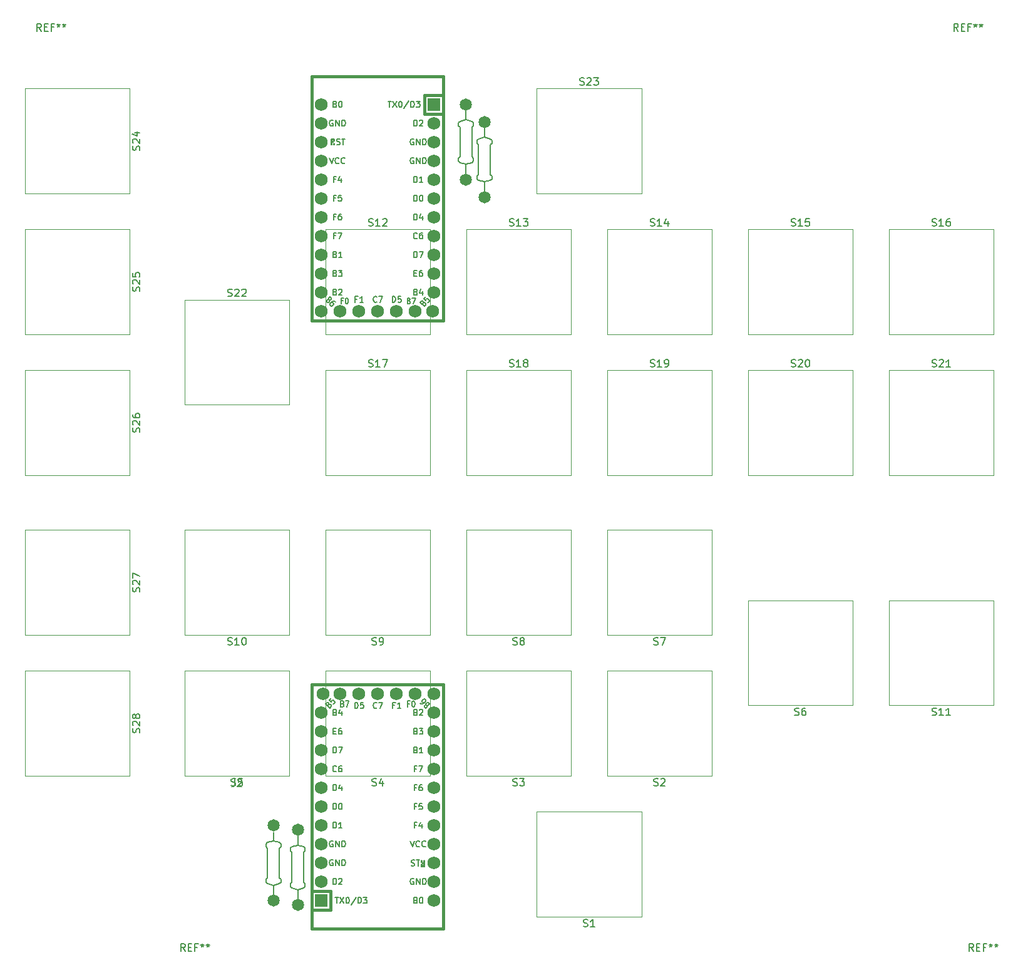
<source format=gbr>
%TF.GenerationSoftware,KiCad,Pcbnew,7.0.10*%
%TF.CreationDate,2024-02-03T20:33:36-08:00*%
%TF.ProjectId,oddball_steno,6f646462-616c-46c5-9f73-74656e6f2e6b,rev?*%
%TF.SameCoordinates,Original*%
%TF.FileFunction,Legend,Top*%
%TF.FilePolarity,Positive*%
%FSLAX46Y46*%
G04 Gerber Fmt 4.6, Leading zero omitted, Abs format (unit mm)*
G04 Created by KiCad (PCBNEW 7.0.10) date 2024-02-03 20:33:36*
%MOMM*%
%LPD*%
G01*
G04 APERTURE LIST*
%ADD10C,0.150000*%
%ADD11C,0.120000*%
%ADD12C,0.381000*%
%ADD13C,1.752600*%
%ADD14R,1.752600X1.752600*%
%ADD15C,1.651000*%
G04 APERTURE END LIST*
D10*
X97892166Y-146135444D02*
X97558833Y-145659253D01*
X97320738Y-146135444D02*
X97320738Y-145135444D01*
X97320738Y-145135444D02*
X97701690Y-145135444D01*
X97701690Y-145135444D02*
X97796928Y-145183063D01*
X97796928Y-145183063D02*
X97844547Y-145230682D01*
X97844547Y-145230682D02*
X97892166Y-145325920D01*
X97892166Y-145325920D02*
X97892166Y-145468777D01*
X97892166Y-145468777D02*
X97844547Y-145564015D01*
X97844547Y-145564015D02*
X97796928Y-145611634D01*
X97796928Y-145611634D02*
X97701690Y-145659253D01*
X97701690Y-145659253D02*
X97320738Y-145659253D01*
X98320738Y-145611634D02*
X98654071Y-145611634D01*
X98796928Y-146135444D02*
X98320738Y-146135444D01*
X98320738Y-146135444D02*
X98320738Y-145135444D01*
X98320738Y-145135444D02*
X98796928Y-145135444D01*
X99558833Y-145611634D02*
X99225500Y-145611634D01*
X99225500Y-146135444D02*
X99225500Y-145135444D01*
X99225500Y-145135444D02*
X99701690Y-145135444D01*
X100225500Y-145135444D02*
X100225500Y-145373539D01*
X99987405Y-145278301D02*
X100225500Y-145373539D01*
X100225500Y-145373539D02*
X100463595Y-145278301D01*
X100082643Y-145564015D02*
X100225500Y-145373539D01*
X100225500Y-145373539D02*
X100368357Y-145564015D01*
X100987405Y-145135444D02*
X100987405Y-145373539D01*
X100749310Y-145278301D02*
X100987405Y-145373539D01*
X100987405Y-145373539D02*
X101225500Y-145278301D01*
X100844548Y-145564015D02*
X100987405Y-145373539D01*
X100987405Y-145373539D02*
X101130262Y-145564015D01*
X78437166Y-21725444D02*
X78103833Y-21249253D01*
X77865738Y-21725444D02*
X77865738Y-20725444D01*
X77865738Y-20725444D02*
X78246690Y-20725444D01*
X78246690Y-20725444D02*
X78341928Y-20773063D01*
X78341928Y-20773063D02*
X78389547Y-20820682D01*
X78389547Y-20820682D02*
X78437166Y-20915920D01*
X78437166Y-20915920D02*
X78437166Y-21058777D01*
X78437166Y-21058777D02*
X78389547Y-21154015D01*
X78389547Y-21154015D02*
X78341928Y-21201634D01*
X78341928Y-21201634D02*
X78246690Y-21249253D01*
X78246690Y-21249253D02*
X77865738Y-21249253D01*
X78865738Y-21201634D02*
X79199071Y-21201634D01*
X79341928Y-21725444D02*
X78865738Y-21725444D01*
X78865738Y-21725444D02*
X78865738Y-20725444D01*
X78865738Y-20725444D02*
X79341928Y-20725444D01*
X80103833Y-21201634D02*
X79770500Y-21201634D01*
X79770500Y-21725444D02*
X79770500Y-20725444D01*
X79770500Y-20725444D02*
X80246690Y-20725444D01*
X80770500Y-20725444D02*
X80770500Y-20963539D01*
X80532405Y-20868301D02*
X80770500Y-20963539D01*
X80770500Y-20963539D02*
X81008595Y-20868301D01*
X80627643Y-21154015D02*
X80770500Y-20963539D01*
X80770500Y-20963539D02*
X80913357Y-21154015D01*
X81532405Y-20725444D02*
X81532405Y-20963539D01*
X81294310Y-20868301D02*
X81532405Y-20963539D01*
X81532405Y-20963539D02*
X81770500Y-20868301D01*
X81389548Y-21154015D02*
X81532405Y-20963539D01*
X81532405Y-20963539D02*
X81675262Y-21154015D01*
X204492166Y-146135444D02*
X204158833Y-145659253D01*
X203920738Y-146135444D02*
X203920738Y-145135444D01*
X203920738Y-145135444D02*
X204301690Y-145135444D01*
X204301690Y-145135444D02*
X204396928Y-145183063D01*
X204396928Y-145183063D02*
X204444547Y-145230682D01*
X204444547Y-145230682D02*
X204492166Y-145325920D01*
X204492166Y-145325920D02*
X204492166Y-145468777D01*
X204492166Y-145468777D02*
X204444547Y-145564015D01*
X204444547Y-145564015D02*
X204396928Y-145611634D01*
X204396928Y-145611634D02*
X204301690Y-145659253D01*
X204301690Y-145659253D02*
X203920738Y-145659253D01*
X204920738Y-145611634D02*
X205254071Y-145611634D01*
X205396928Y-146135444D02*
X204920738Y-146135444D01*
X204920738Y-146135444D02*
X204920738Y-145135444D01*
X204920738Y-145135444D02*
X205396928Y-145135444D01*
X206158833Y-145611634D02*
X205825500Y-145611634D01*
X205825500Y-146135444D02*
X205825500Y-145135444D01*
X205825500Y-145135444D02*
X206301690Y-145135444D01*
X206825500Y-145135444D02*
X206825500Y-145373539D01*
X206587405Y-145278301D02*
X206825500Y-145373539D01*
X206825500Y-145373539D02*
X207063595Y-145278301D01*
X206682643Y-145564015D02*
X206825500Y-145373539D01*
X206825500Y-145373539D02*
X206968357Y-145564015D01*
X207587405Y-145135444D02*
X207587405Y-145373539D01*
X207349310Y-145278301D02*
X207587405Y-145373539D01*
X207587405Y-145373539D02*
X207825500Y-145278301D01*
X207444548Y-145564015D02*
X207587405Y-145373539D01*
X207587405Y-145373539D02*
X207730262Y-145564015D01*
X202437166Y-21725444D02*
X202103833Y-21249253D01*
X201865738Y-21725444D02*
X201865738Y-20725444D01*
X201865738Y-20725444D02*
X202246690Y-20725444D01*
X202246690Y-20725444D02*
X202341928Y-20773063D01*
X202341928Y-20773063D02*
X202389547Y-20820682D01*
X202389547Y-20820682D02*
X202437166Y-20915920D01*
X202437166Y-20915920D02*
X202437166Y-21058777D01*
X202437166Y-21058777D02*
X202389547Y-21154015D01*
X202389547Y-21154015D02*
X202341928Y-21201634D01*
X202341928Y-21201634D02*
X202246690Y-21249253D01*
X202246690Y-21249253D02*
X201865738Y-21249253D01*
X202865738Y-21201634D02*
X203199071Y-21201634D01*
X203341928Y-21725444D02*
X202865738Y-21725444D01*
X202865738Y-21725444D02*
X202865738Y-20725444D01*
X202865738Y-20725444D02*
X203341928Y-20725444D01*
X204103833Y-21201634D02*
X203770500Y-21201634D01*
X203770500Y-21725444D02*
X203770500Y-20725444D01*
X203770500Y-20725444D02*
X204246690Y-20725444D01*
X204770500Y-20725444D02*
X204770500Y-20963539D01*
X204532405Y-20868301D02*
X204770500Y-20963539D01*
X204770500Y-20963539D02*
X205008595Y-20868301D01*
X204627643Y-21154015D02*
X204770500Y-20963539D01*
X204770500Y-20963539D02*
X204913357Y-21154015D01*
X205532405Y-20725444D02*
X205532405Y-20963539D01*
X205294310Y-20868301D02*
X205532405Y-20963539D01*
X205532405Y-20963539D02*
X205770500Y-20868301D01*
X205389548Y-21154015D02*
X205532405Y-20963539D01*
X205532405Y-20963539D02*
X205675262Y-21154015D01*
X91717700Y-56868719D02*
X91765319Y-56725862D01*
X91765319Y-56725862D02*
X91765319Y-56487767D01*
X91765319Y-56487767D02*
X91717700Y-56392529D01*
X91717700Y-56392529D02*
X91670080Y-56344910D01*
X91670080Y-56344910D02*
X91574842Y-56297291D01*
X91574842Y-56297291D02*
X91479604Y-56297291D01*
X91479604Y-56297291D02*
X91384366Y-56344910D01*
X91384366Y-56344910D02*
X91336747Y-56392529D01*
X91336747Y-56392529D02*
X91289128Y-56487767D01*
X91289128Y-56487767D02*
X91241509Y-56678243D01*
X91241509Y-56678243D02*
X91193890Y-56773481D01*
X91193890Y-56773481D02*
X91146271Y-56821100D01*
X91146271Y-56821100D02*
X91051033Y-56868719D01*
X91051033Y-56868719D02*
X90955795Y-56868719D01*
X90955795Y-56868719D02*
X90860557Y-56821100D01*
X90860557Y-56821100D02*
X90812938Y-56773481D01*
X90812938Y-56773481D02*
X90765319Y-56678243D01*
X90765319Y-56678243D02*
X90765319Y-56440148D01*
X90765319Y-56440148D02*
X90812938Y-56297291D01*
X90860557Y-55916338D02*
X90812938Y-55868719D01*
X90812938Y-55868719D02*
X90765319Y-55773481D01*
X90765319Y-55773481D02*
X90765319Y-55535386D01*
X90765319Y-55535386D02*
X90812938Y-55440148D01*
X90812938Y-55440148D02*
X90860557Y-55392529D01*
X90860557Y-55392529D02*
X90955795Y-55344910D01*
X90955795Y-55344910D02*
X91051033Y-55344910D01*
X91051033Y-55344910D02*
X91193890Y-55392529D01*
X91193890Y-55392529D02*
X91765319Y-55963957D01*
X91765319Y-55963957D02*
X91765319Y-55344910D01*
X90765319Y-54440148D02*
X90765319Y-54916338D01*
X90765319Y-54916338D02*
X91241509Y-54963957D01*
X91241509Y-54963957D02*
X91193890Y-54916338D01*
X91193890Y-54916338D02*
X91146271Y-54821100D01*
X91146271Y-54821100D02*
X91146271Y-54583005D01*
X91146271Y-54583005D02*
X91193890Y-54487767D01*
X91193890Y-54487767D02*
X91241509Y-54440148D01*
X91241509Y-54440148D02*
X91336747Y-54392529D01*
X91336747Y-54392529D02*
X91574842Y-54392529D01*
X91574842Y-54392529D02*
X91670080Y-54440148D01*
X91670080Y-54440148D02*
X91717700Y-54487767D01*
X91717700Y-54487767D02*
X91765319Y-54583005D01*
X91765319Y-54583005D02*
X91765319Y-54821100D01*
X91765319Y-54821100D02*
X91717700Y-54916338D01*
X91717700Y-54916338D02*
X91670080Y-54963957D01*
X161288595Y-104677825D02*
X161431452Y-104725444D01*
X161431452Y-104725444D02*
X161669547Y-104725444D01*
X161669547Y-104725444D02*
X161764785Y-104677825D01*
X161764785Y-104677825D02*
X161812404Y-104630205D01*
X161812404Y-104630205D02*
X161860023Y-104534967D01*
X161860023Y-104534967D02*
X161860023Y-104439729D01*
X161860023Y-104439729D02*
X161812404Y-104344491D01*
X161812404Y-104344491D02*
X161764785Y-104296872D01*
X161764785Y-104296872D02*
X161669547Y-104249253D01*
X161669547Y-104249253D02*
X161479071Y-104201634D01*
X161479071Y-104201634D02*
X161383833Y-104154015D01*
X161383833Y-104154015D02*
X161336214Y-104106396D01*
X161336214Y-104106396D02*
X161288595Y-104011158D01*
X161288595Y-104011158D02*
X161288595Y-103915920D01*
X161288595Y-103915920D02*
X161336214Y-103820682D01*
X161336214Y-103820682D02*
X161383833Y-103773063D01*
X161383833Y-103773063D02*
X161479071Y-103725444D01*
X161479071Y-103725444D02*
X161717166Y-103725444D01*
X161717166Y-103725444D02*
X161860023Y-103773063D01*
X162193357Y-103725444D02*
X162860023Y-103725444D01*
X162860023Y-103725444D02*
X162431452Y-104725444D01*
X91717700Y-75918719D02*
X91765319Y-75775862D01*
X91765319Y-75775862D02*
X91765319Y-75537767D01*
X91765319Y-75537767D02*
X91717700Y-75442529D01*
X91717700Y-75442529D02*
X91670080Y-75394910D01*
X91670080Y-75394910D02*
X91574842Y-75347291D01*
X91574842Y-75347291D02*
X91479604Y-75347291D01*
X91479604Y-75347291D02*
X91384366Y-75394910D01*
X91384366Y-75394910D02*
X91336747Y-75442529D01*
X91336747Y-75442529D02*
X91289128Y-75537767D01*
X91289128Y-75537767D02*
X91241509Y-75728243D01*
X91241509Y-75728243D02*
X91193890Y-75823481D01*
X91193890Y-75823481D02*
X91146271Y-75871100D01*
X91146271Y-75871100D02*
X91051033Y-75918719D01*
X91051033Y-75918719D02*
X90955795Y-75918719D01*
X90955795Y-75918719D02*
X90860557Y-75871100D01*
X90860557Y-75871100D02*
X90812938Y-75823481D01*
X90812938Y-75823481D02*
X90765319Y-75728243D01*
X90765319Y-75728243D02*
X90765319Y-75490148D01*
X90765319Y-75490148D02*
X90812938Y-75347291D01*
X90860557Y-74966338D02*
X90812938Y-74918719D01*
X90812938Y-74918719D02*
X90765319Y-74823481D01*
X90765319Y-74823481D02*
X90765319Y-74585386D01*
X90765319Y-74585386D02*
X90812938Y-74490148D01*
X90812938Y-74490148D02*
X90860557Y-74442529D01*
X90860557Y-74442529D02*
X90955795Y-74394910D01*
X90955795Y-74394910D02*
X91051033Y-74394910D01*
X91051033Y-74394910D02*
X91193890Y-74442529D01*
X91193890Y-74442529D02*
X91765319Y-75013957D01*
X91765319Y-75013957D02*
X91765319Y-74394910D01*
X90765319Y-73537767D02*
X90765319Y-73728243D01*
X90765319Y-73728243D02*
X90812938Y-73823481D01*
X90812938Y-73823481D02*
X90860557Y-73871100D01*
X90860557Y-73871100D02*
X91003414Y-73966338D01*
X91003414Y-73966338D02*
X91193890Y-74013957D01*
X91193890Y-74013957D02*
X91574842Y-74013957D01*
X91574842Y-74013957D02*
X91670080Y-73966338D01*
X91670080Y-73966338D02*
X91717700Y-73918719D01*
X91717700Y-73918719D02*
X91765319Y-73823481D01*
X91765319Y-73823481D02*
X91765319Y-73633005D01*
X91765319Y-73633005D02*
X91717700Y-73537767D01*
X91717700Y-73537767D02*
X91670080Y-73490148D01*
X91670080Y-73490148D02*
X91574842Y-73442529D01*
X91574842Y-73442529D02*
X91336747Y-73442529D01*
X91336747Y-73442529D02*
X91241509Y-73490148D01*
X91241509Y-73490148D02*
X91193890Y-73537767D01*
X91193890Y-73537767D02*
X91146271Y-73633005D01*
X91146271Y-73633005D02*
X91146271Y-73823481D01*
X91146271Y-73823481D02*
X91193890Y-73918719D01*
X91193890Y-73918719D02*
X91241509Y-73966338D01*
X91241509Y-73966338D02*
X91336747Y-74013957D01*
X122712405Y-67087825D02*
X122855262Y-67135444D01*
X122855262Y-67135444D02*
X123093357Y-67135444D01*
X123093357Y-67135444D02*
X123188595Y-67087825D01*
X123188595Y-67087825D02*
X123236214Y-67040205D01*
X123236214Y-67040205D02*
X123283833Y-66944967D01*
X123283833Y-66944967D02*
X123283833Y-66849729D01*
X123283833Y-66849729D02*
X123236214Y-66754491D01*
X123236214Y-66754491D02*
X123188595Y-66706872D01*
X123188595Y-66706872D02*
X123093357Y-66659253D01*
X123093357Y-66659253D02*
X122902881Y-66611634D01*
X122902881Y-66611634D02*
X122807643Y-66564015D01*
X122807643Y-66564015D02*
X122760024Y-66516396D01*
X122760024Y-66516396D02*
X122712405Y-66421158D01*
X122712405Y-66421158D02*
X122712405Y-66325920D01*
X122712405Y-66325920D02*
X122760024Y-66230682D01*
X122760024Y-66230682D02*
X122807643Y-66183063D01*
X122807643Y-66183063D02*
X122902881Y-66135444D01*
X122902881Y-66135444D02*
X123140976Y-66135444D01*
X123140976Y-66135444D02*
X123283833Y-66183063D01*
X124236214Y-67135444D02*
X123664786Y-67135444D01*
X123950500Y-67135444D02*
X123950500Y-66135444D01*
X123950500Y-66135444D02*
X123855262Y-66278301D01*
X123855262Y-66278301D02*
X123760024Y-66373539D01*
X123760024Y-66373539D02*
X123664786Y-66421158D01*
X124569548Y-66135444D02*
X125236214Y-66135444D01*
X125236214Y-66135444D02*
X124807643Y-67135444D01*
X91717700Y-97508719D02*
X91765319Y-97365862D01*
X91765319Y-97365862D02*
X91765319Y-97127767D01*
X91765319Y-97127767D02*
X91717700Y-97032529D01*
X91717700Y-97032529D02*
X91670080Y-96984910D01*
X91670080Y-96984910D02*
X91574842Y-96937291D01*
X91574842Y-96937291D02*
X91479604Y-96937291D01*
X91479604Y-96937291D02*
X91384366Y-96984910D01*
X91384366Y-96984910D02*
X91336747Y-97032529D01*
X91336747Y-97032529D02*
X91289128Y-97127767D01*
X91289128Y-97127767D02*
X91241509Y-97318243D01*
X91241509Y-97318243D02*
X91193890Y-97413481D01*
X91193890Y-97413481D02*
X91146271Y-97461100D01*
X91146271Y-97461100D02*
X91051033Y-97508719D01*
X91051033Y-97508719D02*
X90955795Y-97508719D01*
X90955795Y-97508719D02*
X90860557Y-97461100D01*
X90860557Y-97461100D02*
X90812938Y-97413481D01*
X90812938Y-97413481D02*
X90765319Y-97318243D01*
X90765319Y-97318243D02*
X90765319Y-97080148D01*
X90765319Y-97080148D02*
X90812938Y-96937291D01*
X90860557Y-96556338D02*
X90812938Y-96508719D01*
X90812938Y-96508719D02*
X90765319Y-96413481D01*
X90765319Y-96413481D02*
X90765319Y-96175386D01*
X90765319Y-96175386D02*
X90812938Y-96080148D01*
X90812938Y-96080148D02*
X90860557Y-96032529D01*
X90860557Y-96032529D02*
X90955795Y-95984910D01*
X90955795Y-95984910D02*
X91051033Y-95984910D01*
X91051033Y-95984910D02*
X91193890Y-96032529D01*
X91193890Y-96032529D02*
X91765319Y-96603957D01*
X91765319Y-96603957D02*
X91765319Y-95984910D01*
X90765319Y-95651576D02*
X90765319Y-94984910D01*
X90765319Y-94984910D02*
X91765319Y-95413481D01*
X198912405Y-48037825D02*
X199055262Y-48085444D01*
X199055262Y-48085444D02*
X199293357Y-48085444D01*
X199293357Y-48085444D02*
X199388595Y-48037825D01*
X199388595Y-48037825D02*
X199436214Y-47990205D01*
X199436214Y-47990205D02*
X199483833Y-47894967D01*
X199483833Y-47894967D02*
X199483833Y-47799729D01*
X199483833Y-47799729D02*
X199436214Y-47704491D01*
X199436214Y-47704491D02*
X199388595Y-47656872D01*
X199388595Y-47656872D02*
X199293357Y-47609253D01*
X199293357Y-47609253D02*
X199102881Y-47561634D01*
X199102881Y-47561634D02*
X199007643Y-47514015D01*
X199007643Y-47514015D02*
X198960024Y-47466396D01*
X198960024Y-47466396D02*
X198912405Y-47371158D01*
X198912405Y-47371158D02*
X198912405Y-47275920D01*
X198912405Y-47275920D02*
X198960024Y-47180682D01*
X198960024Y-47180682D02*
X199007643Y-47133063D01*
X199007643Y-47133063D02*
X199102881Y-47085444D01*
X199102881Y-47085444D02*
X199340976Y-47085444D01*
X199340976Y-47085444D02*
X199483833Y-47133063D01*
X200436214Y-48085444D02*
X199864786Y-48085444D01*
X200150500Y-48085444D02*
X200150500Y-47085444D01*
X200150500Y-47085444D02*
X200055262Y-47228301D01*
X200055262Y-47228301D02*
X199960024Y-47323539D01*
X199960024Y-47323539D02*
X199864786Y-47371158D01*
X201293357Y-47085444D02*
X201102881Y-47085444D01*
X201102881Y-47085444D02*
X201007643Y-47133063D01*
X201007643Y-47133063D02*
X200960024Y-47180682D01*
X200960024Y-47180682D02*
X200864786Y-47323539D01*
X200864786Y-47323539D02*
X200817167Y-47514015D01*
X200817167Y-47514015D02*
X200817167Y-47894967D01*
X200817167Y-47894967D02*
X200864786Y-47990205D01*
X200864786Y-47990205D02*
X200912405Y-48037825D01*
X200912405Y-48037825D02*
X201007643Y-48085444D01*
X201007643Y-48085444D02*
X201198119Y-48085444D01*
X201198119Y-48085444D02*
X201293357Y-48037825D01*
X201293357Y-48037825D02*
X201340976Y-47990205D01*
X201340976Y-47990205D02*
X201388595Y-47894967D01*
X201388595Y-47894967D02*
X201388595Y-47656872D01*
X201388595Y-47656872D02*
X201340976Y-47561634D01*
X201340976Y-47561634D02*
X201293357Y-47514015D01*
X201293357Y-47514015D02*
X201198119Y-47466396D01*
X201198119Y-47466396D02*
X201007643Y-47466396D01*
X201007643Y-47466396D02*
X200912405Y-47514015D01*
X200912405Y-47514015D02*
X200864786Y-47561634D01*
X200864786Y-47561634D02*
X200817167Y-47656872D01*
X104138595Y-123727825D02*
X104281452Y-123775444D01*
X104281452Y-123775444D02*
X104519547Y-123775444D01*
X104519547Y-123775444D02*
X104614785Y-123727825D01*
X104614785Y-123727825D02*
X104662404Y-123680205D01*
X104662404Y-123680205D02*
X104710023Y-123584967D01*
X104710023Y-123584967D02*
X104710023Y-123489729D01*
X104710023Y-123489729D02*
X104662404Y-123394491D01*
X104662404Y-123394491D02*
X104614785Y-123346872D01*
X104614785Y-123346872D02*
X104519547Y-123299253D01*
X104519547Y-123299253D02*
X104329071Y-123251634D01*
X104329071Y-123251634D02*
X104233833Y-123204015D01*
X104233833Y-123204015D02*
X104186214Y-123156396D01*
X104186214Y-123156396D02*
X104138595Y-123061158D01*
X104138595Y-123061158D02*
X104138595Y-122965920D01*
X104138595Y-122965920D02*
X104186214Y-122870682D01*
X104186214Y-122870682D02*
X104233833Y-122823063D01*
X104233833Y-122823063D02*
X104329071Y-122775444D01*
X104329071Y-122775444D02*
X104567166Y-122775444D01*
X104567166Y-122775444D02*
X104710023Y-122823063D01*
X105614785Y-122775444D02*
X105138595Y-122775444D01*
X105138595Y-122775444D02*
X105090976Y-123251634D01*
X105090976Y-123251634D02*
X105138595Y-123204015D01*
X105138595Y-123204015D02*
X105233833Y-123156396D01*
X105233833Y-123156396D02*
X105471928Y-123156396D01*
X105471928Y-123156396D02*
X105567166Y-123204015D01*
X105567166Y-123204015D02*
X105614785Y-123251634D01*
X105614785Y-123251634D02*
X105662404Y-123346872D01*
X105662404Y-123346872D02*
X105662404Y-123584967D01*
X105662404Y-123584967D02*
X105614785Y-123680205D01*
X105614785Y-123680205D02*
X105567166Y-123727825D01*
X105567166Y-123727825D02*
X105471928Y-123775444D01*
X105471928Y-123775444D02*
X105233833Y-123775444D01*
X105233833Y-123775444D02*
X105138595Y-123727825D01*
X105138595Y-123727825D02*
X105090976Y-123680205D01*
X91717700Y-37818719D02*
X91765319Y-37675862D01*
X91765319Y-37675862D02*
X91765319Y-37437767D01*
X91765319Y-37437767D02*
X91717700Y-37342529D01*
X91717700Y-37342529D02*
X91670080Y-37294910D01*
X91670080Y-37294910D02*
X91574842Y-37247291D01*
X91574842Y-37247291D02*
X91479604Y-37247291D01*
X91479604Y-37247291D02*
X91384366Y-37294910D01*
X91384366Y-37294910D02*
X91336747Y-37342529D01*
X91336747Y-37342529D02*
X91289128Y-37437767D01*
X91289128Y-37437767D02*
X91241509Y-37628243D01*
X91241509Y-37628243D02*
X91193890Y-37723481D01*
X91193890Y-37723481D02*
X91146271Y-37771100D01*
X91146271Y-37771100D02*
X91051033Y-37818719D01*
X91051033Y-37818719D02*
X90955795Y-37818719D01*
X90955795Y-37818719D02*
X90860557Y-37771100D01*
X90860557Y-37771100D02*
X90812938Y-37723481D01*
X90812938Y-37723481D02*
X90765319Y-37628243D01*
X90765319Y-37628243D02*
X90765319Y-37390148D01*
X90765319Y-37390148D02*
X90812938Y-37247291D01*
X90860557Y-36866338D02*
X90812938Y-36818719D01*
X90812938Y-36818719D02*
X90765319Y-36723481D01*
X90765319Y-36723481D02*
X90765319Y-36485386D01*
X90765319Y-36485386D02*
X90812938Y-36390148D01*
X90812938Y-36390148D02*
X90860557Y-36342529D01*
X90860557Y-36342529D02*
X90955795Y-36294910D01*
X90955795Y-36294910D02*
X91051033Y-36294910D01*
X91051033Y-36294910D02*
X91193890Y-36342529D01*
X91193890Y-36342529D02*
X91765319Y-36913957D01*
X91765319Y-36913957D02*
X91765319Y-36294910D01*
X91098652Y-35437767D02*
X91765319Y-35437767D01*
X90717700Y-35675862D02*
X91431985Y-35913957D01*
X91431985Y-35913957D02*
X91431985Y-35294910D01*
X151763595Y-142777825D02*
X151906452Y-142825444D01*
X151906452Y-142825444D02*
X152144547Y-142825444D01*
X152144547Y-142825444D02*
X152239785Y-142777825D01*
X152239785Y-142777825D02*
X152287404Y-142730205D01*
X152287404Y-142730205D02*
X152335023Y-142634967D01*
X152335023Y-142634967D02*
X152335023Y-142539729D01*
X152335023Y-142539729D02*
X152287404Y-142444491D01*
X152287404Y-142444491D02*
X152239785Y-142396872D01*
X152239785Y-142396872D02*
X152144547Y-142349253D01*
X152144547Y-142349253D02*
X151954071Y-142301634D01*
X151954071Y-142301634D02*
X151858833Y-142254015D01*
X151858833Y-142254015D02*
X151811214Y-142206396D01*
X151811214Y-142206396D02*
X151763595Y-142111158D01*
X151763595Y-142111158D02*
X151763595Y-142015920D01*
X151763595Y-142015920D02*
X151811214Y-141920682D01*
X151811214Y-141920682D02*
X151858833Y-141873063D01*
X151858833Y-141873063D02*
X151954071Y-141825444D01*
X151954071Y-141825444D02*
X152192166Y-141825444D01*
X152192166Y-141825444D02*
X152335023Y-141873063D01*
X153287404Y-142825444D02*
X152715976Y-142825444D01*
X153001690Y-142825444D02*
X153001690Y-141825444D01*
X153001690Y-141825444D02*
X152906452Y-141968301D01*
X152906452Y-141968301D02*
X152811214Y-142063539D01*
X152811214Y-142063539D02*
X152715976Y-142111158D01*
X151287405Y-28987825D02*
X151430262Y-29035444D01*
X151430262Y-29035444D02*
X151668357Y-29035444D01*
X151668357Y-29035444D02*
X151763595Y-28987825D01*
X151763595Y-28987825D02*
X151811214Y-28940205D01*
X151811214Y-28940205D02*
X151858833Y-28844967D01*
X151858833Y-28844967D02*
X151858833Y-28749729D01*
X151858833Y-28749729D02*
X151811214Y-28654491D01*
X151811214Y-28654491D02*
X151763595Y-28606872D01*
X151763595Y-28606872D02*
X151668357Y-28559253D01*
X151668357Y-28559253D02*
X151477881Y-28511634D01*
X151477881Y-28511634D02*
X151382643Y-28464015D01*
X151382643Y-28464015D02*
X151335024Y-28416396D01*
X151335024Y-28416396D02*
X151287405Y-28321158D01*
X151287405Y-28321158D02*
X151287405Y-28225920D01*
X151287405Y-28225920D02*
X151335024Y-28130682D01*
X151335024Y-28130682D02*
X151382643Y-28083063D01*
X151382643Y-28083063D02*
X151477881Y-28035444D01*
X151477881Y-28035444D02*
X151715976Y-28035444D01*
X151715976Y-28035444D02*
X151858833Y-28083063D01*
X152239786Y-28130682D02*
X152287405Y-28083063D01*
X152287405Y-28083063D02*
X152382643Y-28035444D01*
X152382643Y-28035444D02*
X152620738Y-28035444D01*
X152620738Y-28035444D02*
X152715976Y-28083063D01*
X152715976Y-28083063D02*
X152763595Y-28130682D01*
X152763595Y-28130682D02*
X152811214Y-28225920D01*
X152811214Y-28225920D02*
X152811214Y-28321158D01*
X152811214Y-28321158D02*
X152763595Y-28464015D01*
X152763595Y-28464015D02*
X152192167Y-29035444D01*
X152192167Y-29035444D02*
X152811214Y-29035444D01*
X153144548Y-28035444D02*
X153763595Y-28035444D01*
X153763595Y-28035444D02*
X153430262Y-28416396D01*
X153430262Y-28416396D02*
X153573119Y-28416396D01*
X153573119Y-28416396D02*
X153668357Y-28464015D01*
X153668357Y-28464015D02*
X153715976Y-28511634D01*
X153715976Y-28511634D02*
X153763595Y-28606872D01*
X153763595Y-28606872D02*
X153763595Y-28844967D01*
X153763595Y-28844967D02*
X153715976Y-28940205D01*
X153715976Y-28940205D02*
X153668357Y-28987825D01*
X153668357Y-28987825D02*
X153573119Y-29035444D01*
X153573119Y-29035444D02*
X153287405Y-29035444D01*
X153287405Y-29035444D02*
X153192167Y-28987825D01*
X153192167Y-28987825D02*
X153144548Y-28940205D01*
X103662405Y-57562825D02*
X103805262Y-57610444D01*
X103805262Y-57610444D02*
X104043357Y-57610444D01*
X104043357Y-57610444D02*
X104138595Y-57562825D01*
X104138595Y-57562825D02*
X104186214Y-57515205D01*
X104186214Y-57515205D02*
X104233833Y-57419967D01*
X104233833Y-57419967D02*
X104233833Y-57324729D01*
X104233833Y-57324729D02*
X104186214Y-57229491D01*
X104186214Y-57229491D02*
X104138595Y-57181872D01*
X104138595Y-57181872D02*
X104043357Y-57134253D01*
X104043357Y-57134253D02*
X103852881Y-57086634D01*
X103852881Y-57086634D02*
X103757643Y-57039015D01*
X103757643Y-57039015D02*
X103710024Y-56991396D01*
X103710024Y-56991396D02*
X103662405Y-56896158D01*
X103662405Y-56896158D02*
X103662405Y-56800920D01*
X103662405Y-56800920D02*
X103710024Y-56705682D01*
X103710024Y-56705682D02*
X103757643Y-56658063D01*
X103757643Y-56658063D02*
X103852881Y-56610444D01*
X103852881Y-56610444D02*
X104090976Y-56610444D01*
X104090976Y-56610444D02*
X104233833Y-56658063D01*
X104614786Y-56705682D02*
X104662405Y-56658063D01*
X104662405Y-56658063D02*
X104757643Y-56610444D01*
X104757643Y-56610444D02*
X104995738Y-56610444D01*
X104995738Y-56610444D02*
X105090976Y-56658063D01*
X105090976Y-56658063D02*
X105138595Y-56705682D01*
X105138595Y-56705682D02*
X105186214Y-56800920D01*
X105186214Y-56800920D02*
X105186214Y-56896158D01*
X105186214Y-56896158D02*
X105138595Y-57039015D01*
X105138595Y-57039015D02*
X104567167Y-57610444D01*
X104567167Y-57610444D02*
X105186214Y-57610444D01*
X105567167Y-56705682D02*
X105614786Y-56658063D01*
X105614786Y-56658063D02*
X105710024Y-56610444D01*
X105710024Y-56610444D02*
X105948119Y-56610444D01*
X105948119Y-56610444D02*
X106043357Y-56658063D01*
X106043357Y-56658063D02*
X106090976Y-56705682D01*
X106090976Y-56705682D02*
X106138595Y-56800920D01*
X106138595Y-56800920D02*
X106138595Y-56896158D01*
X106138595Y-56896158D02*
X106090976Y-57039015D01*
X106090976Y-57039015D02*
X105519548Y-57610444D01*
X105519548Y-57610444D02*
X106138595Y-57610444D01*
X180338595Y-114202825D02*
X180481452Y-114250444D01*
X180481452Y-114250444D02*
X180719547Y-114250444D01*
X180719547Y-114250444D02*
X180814785Y-114202825D01*
X180814785Y-114202825D02*
X180862404Y-114155205D01*
X180862404Y-114155205D02*
X180910023Y-114059967D01*
X180910023Y-114059967D02*
X180910023Y-113964729D01*
X180910023Y-113964729D02*
X180862404Y-113869491D01*
X180862404Y-113869491D02*
X180814785Y-113821872D01*
X180814785Y-113821872D02*
X180719547Y-113774253D01*
X180719547Y-113774253D02*
X180529071Y-113726634D01*
X180529071Y-113726634D02*
X180433833Y-113679015D01*
X180433833Y-113679015D02*
X180386214Y-113631396D01*
X180386214Y-113631396D02*
X180338595Y-113536158D01*
X180338595Y-113536158D02*
X180338595Y-113440920D01*
X180338595Y-113440920D02*
X180386214Y-113345682D01*
X180386214Y-113345682D02*
X180433833Y-113298063D01*
X180433833Y-113298063D02*
X180529071Y-113250444D01*
X180529071Y-113250444D02*
X180767166Y-113250444D01*
X180767166Y-113250444D02*
X180910023Y-113298063D01*
X181767166Y-113250444D02*
X181576690Y-113250444D01*
X181576690Y-113250444D02*
X181481452Y-113298063D01*
X181481452Y-113298063D02*
X181433833Y-113345682D01*
X181433833Y-113345682D02*
X181338595Y-113488539D01*
X181338595Y-113488539D02*
X181290976Y-113679015D01*
X181290976Y-113679015D02*
X181290976Y-114059967D01*
X181290976Y-114059967D02*
X181338595Y-114155205D01*
X181338595Y-114155205D02*
X181386214Y-114202825D01*
X181386214Y-114202825D02*
X181481452Y-114250444D01*
X181481452Y-114250444D02*
X181671928Y-114250444D01*
X181671928Y-114250444D02*
X181767166Y-114202825D01*
X181767166Y-114202825D02*
X181814785Y-114155205D01*
X181814785Y-114155205D02*
X181862404Y-114059967D01*
X181862404Y-114059967D02*
X181862404Y-113821872D01*
X181862404Y-113821872D02*
X181814785Y-113726634D01*
X181814785Y-113726634D02*
X181767166Y-113679015D01*
X181767166Y-113679015D02*
X181671928Y-113631396D01*
X181671928Y-113631396D02*
X181481452Y-113631396D01*
X181481452Y-113631396D02*
X181386214Y-113679015D01*
X181386214Y-113679015D02*
X181338595Y-113726634D01*
X181338595Y-113726634D02*
X181290976Y-113821872D01*
X122712405Y-48037825D02*
X122855262Y-48085444D01*
X122855262Y-48085444D02*
X123093357Y-48085444D01*
X123093357Y-48085444D02*
X123188595Y-48037825D01*
X123188595Y-48037825D02*
X123236214Y-47990205D01*
X123236214Y-47990205D02*
X123283833Y-47894967D01*
X123283833Y-47894967D02*
X123283833Y-47799729D01*
X123283833Y-47799729D02*
X123236214Y-47704491D01*
X123236214Y-47704491D02*
X123188595Y-47656872D01*
X123188595Y-47656872D02*
X123093357Y-47609253D01*
X123093357Y-47609253D02*
X122902881Y-47561634D01*
X122902881Y-47561634D02*
X122807643Y-47514015D01*
X122807643Y-47514015D02*
X122760024Y-47466396D01*
X122760024Y-47466396D02*
X122712405Y-47371158D01*
X122712405Y-47371158D02*
X122712405Y-47275920D01*
X122712405Y-47275920D02*
X122760024Y-47180682D01*
X122760024Y-47180682D02*
X122807643Y-47133063D01*
X122807643Y-47133063D02*
X122902881Y-47085444D01*
X122902881Y-47085444D02*
X123140976Y-47085444D01*
X123140976Y-47085444D02*
X123283833Y-47133063D01*
X124236214Y-48085444D02*
X123664786Y-48085444D01*
X123950500Y-48085444D02*
X123950500Y-47085444D01*
X123950500Y-47085444D02*
X123855262Y-47228301D01*
X123855262Y-47228301D02*
X123760024Y-47323539D01*
X123760024Y-47323539D02*
X123664786Y-47371158D01*
X124617167Y-47180682D02*
X124664786Y-47133063D01*
X124664786Y-47133063D02*
X124760024Y-47085444D01*
X124760024Y-47085444D02*
X124998119Y-47085444D01*
X124998119Y-47085444D02*
X125093357Y-47133063D01*
X125093357Y-47133063D02*
X125140976Y-47180682D01*
X125140976Y-47180682D02*
X125188595Y-47275920D01*
X125188595Y-47275920D02*
X125188595Y-47371158D01*
X125188595Y-47371158D02*
X125140976Y-47514015D01*
X125140976Y-47514015D02*
X124569548Y-48085444D01*
X124569548Y-48085444D02*
X125188595Y-48085444D01*
X91717700Y-116558719D02*
X91765319Y-116415862D01*
X91765319Y-116415862D02*
X91765319Y-116177767D01*
X91765319Y-116177767D02*
X91717700Y-116082529D01*
X91717700Y-116082529D02*
X91670080Y-116034910D01*
X91670080Y-116034910D02*
X91574842Y-115987291D01*
X91574842Y-115987291D02*
X91479604Y-115987291D01*
X91479604Y-115987291D02*
X91384366Y-116034910D01*
X91384366Y-116034910D02*
X91336747Y-116082529D01*
X91336747Y-116082529D02*
X91289128Y-116177767D01*
X91289128Y-116177767D02*
X91241509Y-116368243D01*
X91241509Y-116368243D02*
X91193890Y-116463481D01*
X91193890Y-116463481D02*
X91146271Y-116511100D01*
X91146271Y-116511100D02*
X91051033Y-116558719D01*
X91051033Y-116558719D02*
X90955795Y-116558719D01*
X90955795Y-116558719D02*
X90860557Y-116511100D01*
X90860557Y-116511100D02*
X90812938Y-116463481D01*
X90812938Y-116463481D02*
X90765319Y-116368243D01*
X90765319Y-116368243D02*
X90765319Y-116130148D01*
X90765319Y-116130148D02*
X90812938Y-115987291D01*
X90860557Y-115606338D02*
X90812938Y-115558719D01*
X90812938Y-115558719D02*
X90765319Y-115463481D01*
X90765319Y-115463481D02*
X90765319Y-115225386D01*
X90765319Y-115225386D02*
X90812938Y-115130148D01*
X90812938Y-115130148D02*
X90860557Y-115082529D01*
X90860557Y-115082529D02*
X90955795Y-115034910D01*
X90955795Y-115034910D02*
X91051033Y-115034910D01*
X91051033Y-115034910D02*
X91193890Y-115082529D01*
X91193890Y-115082529D02*
X91765319Y-115653957D01*
X91765319Y-115653957D02*
X91765319Y-115034910D01*
X91193890Y-114463481D02*
X91146271Y-114558719D01*
X91146271Y-114558719D02*
X91098652Y-114606338D01*
X91098652Y-114606338D02*
X91003414Y-114653957D01*
X91003414Y-114653957D02*
X90955795Y-114653957D01*
X90955795Y-114653957D02*
X90860557Y-114606338D01*
X90860557Y-114606338D02*
X90812938Y-114558719D01*
X90812938Y-114558719D02*
X90765319Y-114463481D01*
X90765319Y-114463481D02*
X90765319Y-114273005D01*
X90765319Y-114273005D02*
X90812938Y-114177767D01*
X90812938Y-114177767D02*
X90860557Y-114130148D01*
X90860557Y-114130148D02*
X90955795Y-114082529D01*
X90955795Y-114082529D02*
X91003414Y-114082529D01*
X91003414Y-114082529D02*
X91098652Y-114130148D01*
X91098652Y-114130148D02*
X91146271Y-114177767D01*
X91146271Y-114177767D02*
X91193890Y-114273005D01*
X91193890Y-114273005D02*
X91193890Y-114463481D01*
X91193890Y-114463481D02*
X91241509Y-114558719D01*
X91241509Y-114558719D02*
X91289128Y-114606338D01*
X91289128Y-114606338D02*
X91384366Y-114653957D01*
X91384366Y-114653957D02*
X91574842Y-114653957D01*
X91574842Y-114653957D02*
X91670080Y-114606338D01*
X91670080Y-114606338D02*
X91717700Y-114558719D01*
X91717700Y-114558719D02*
X91765319Y-114463481D01*
X91765319Y-114463481D02*
X91765319Y-114273005D01*
X91765319Y-114273005D02*
X91717700Y-114177767D01*
X91717700Y-114177767D02*
X91670080Y-114130148D01*
X91670080Y-114130148D02*
X91574842Y-114082529D01*
X91574842Y-114082529D02*
X91384366Y-114082529D01*
X91384366Y-114082529D02*
X91289128Y-114130148D01*
X91289128Y-114130148D02*
X91241509Y-114177767D01*
X91241509Y-114177767D02*
X91193890Y-114273005D01*
X198912405Y-114202825D02*
X199055262Y-114250444D01*
X199055262Y-114250444D02*
X199293357Y-114250444D01*
X199293357Y-114250444D02*
X199388595Y-114202825D01*
X199388595Y-114202825D02*
X199436214Y-114155205D01*
X199436214Y-114155205D02*
X199483833Y-114059967D01*
X199483833Y-114059967D02*
X199483833Y-113964729D01*
X199483833Y-113964729D02*
X199436214Y-113869491D01*
X199436214Y-113869491D02*
X199388595Y-113821872D01*
X199388595Y-113821872D02*
X199293357Y-113774253D01*
X199293357Y-113774253D02*
X199102881Y-113726634D01*
X199102881Y-113726634D02*
X199007643Y-113679015D01*
X199007643Y-113679015D02*
X198960024Y-113631396D01*
X198960024Y-113631396D02*
X198912405Y-113536158D01*
X198912405Y-113536158D02*
X198912405Y-113440920D01*
X198912405Y-113440920D02*
X198960024Y-113345682D01*
X198960024Y-113345682D02*
X199007643Y-113298063D01*
X199007643Y-113298063D02*
X199102881Y-113250444D01*
X199102881Y-113250444D02*
X199340976Y-113250444D01*
X199340976Y-113250444D02*
X199483833Y-113298063D01*
X200436214Y-114250444D02*
X199864786Y-114250444D01*
X200150500Y-114250444D02*
X200150500Y-113250444D01*
X200150500Y-113250444D02*
X200055262Y-113393301D01*
X200055262Y-113393301D02*
X199960024Y-113488539D01*
X199960024Y-113488539D02*
X199864786Y-113536158D01*
X201388595Y-114250444D02*
X200817167Y-114250444D01*
X201102881Y-114250444D02*
X201102881Y-113250444D01*
X201102881Y-113250444D02*
X201007643Y-113393301D01*
X201007643Y-113393301D02*
X200912405Y-113488539D01*
X200912405Y-113488539D02*
X200817167Y-113536158D01*
X142238595Y-104677825D02*
X142381452Y-104725444D01*
X142381452Y-104725444D02*
X142619547Y-104725444D01*
X142619547Y-104725444D02*
X142714785Y-104677825D01*
X142714785Y-104677825D02*
X142762404Y-104630205D01*
X142762404Y-104630205D02*
X142810023Y-104534967D01*
X142810023Y-104534967D02*
X142810023Y-104439729D01*
X142810023Y-104439729D02*
X142762404Y-104344491D01*
X142762404Y-104344491D02*
X142714785Y-104296872D01*
X142714785Y-104296872D02*
X142619547Y-104249253D01*
X142619547Y-104249253D02*
X142429071Y-104201634D01*
X142429071Y-104201634D02*
X142333833Y-104154015D01*
X142333833Y-104154015D02*
X142286214Y-104106396D01*
X142286214Y-104106396D02*
X142238595Y-104011158D01*
X142238595Y-104011158D02*
X142238595Y-103915920D01*
X142238595Y-103915920D02*
X142286214Y-103820682D01*
X142286214Y-103820682D02*
X142333833Y-103773063D01*
X142333833Y-103773063D02*
X142429071Y-103725444D01*
X142429071Y-103725444D02*
X142667166Y-103725444D01*
X142667166Y-103725444D02*
X142810023Y-103773063D01*
X143381452Y-104154015D02*
X143286214Y-104106396D01*
X143286214Y-104106396D02*
X143238595Y-104058777D01*
X143238595Y-104058777D02*
X143190976Y-103963539D01*
X143190976Y-103963539D02*
X143190976Y-103915920D01*
X143190976Y-103915920D02*
X143238595Y-103820682D01*
X143238595Y-103820682D02*
X143286214Y-103773063D01*
X143286214Y-103773063D02*
X143381452Y-103725444D01*
X143381452Y-103725444D02*
X143571928Y-103725444D01*
X143571928Y-103725444D02*
X143667166Y-103773063D01*
X143667166Y-103773063D02*
X143714785Y-103820682D01*
X143714785Y-103820682D02*
X143762404Y-103915920D01*
X143762404Y-103915920D02*
X143762404Y-103963539D01*
X143762404Y-103963539D02*
X143714785Y-104058777D01*
X143714785Y-104058777D02*
X143667166Y-104106396D01*
X143667166Y-104106396D02*
X143571928Y-104154015D01*
X143571928Y-104154015D02*
X143381452Y-104154015D01*
X143381452Y-104154015D02*
X143286214Y-104201634D01*
X143286214Y-104201634D02*
X143238595Y-104249253D01*
X143238595Y-104249253D02*
X143190976Y-104344491D01*
X143190976Y-104344491D02*
X143190976Y-104534967D01*
X143190976Y-104534967D02*
X143238595Y-104630205D01*
X143238595Y-104630205D02*
X143286214Y-104677825D01*
X143286214Y-104677825D02*
X143381452Y-104725444D01*
X143381452Y-104725444D02*
X143571928Y-104725444D01*
X143571928Y-104725444D02*
X143667166Y-104677825D01*
X143667166Y-104677825D02*
X143714785Y-104630205D01*
X143714785Y-104630205D02*
X143762404Y-104534967D01*
X143762404Y-104534967D02*
X143762404Y-104344491D01*
X143762404Y-104344491D02*
X143714785Y-104249253D01*
X143714785Y-104249253D02*
X143667166Y-104201634D01*
X143667166Y-104201634D02*
X143571928Y-104154015D01*
X179862405Y-48037825D02*
X180005262Y-48085444D01*
X180005262Y-48085444D02*
X180243357Y-48085444D01*
X180243357Y-48085444D02*
X180338595Y-48037825D01*
X180338595Y-48037825D02*
X180386214Y-47990205D01*
X180386214Y-47990205D02*
X180433833Y-47894967D01*
X180433833Y-47894967D02*
X180433833Y-47799729D01*
X180433833Y-47799729D02*
X180386214Y-47704491D01*
X180386214Y-47704491D02*
X180338595Y-47656872D01*
X180338595Y-47656872D02*
X180243357Y-47609253D01*
X180243357Y-47609253D02*
X180052881Y-47561634D01*
X180052881Y-47561634D02*
X179957643Y-47514015D01*
X179957643Y-47514015D02*
X179910024Y-47466396D01*
X179910024Y-47466396D02*
X179862405Y-47371158D01*
X179862405Y-47371158D02*
X179862405Y-47275920D01*
X179862405Y-47275920D02*
X179910024Y-47180682D01*
X179910024Y-47180682D02*
X179957643Y-47133063D01*
X179957643Y-47133063D02*
X180052881Y-47085444D01*
X180052881Y-47085444D02*
X180290976Y-47085444D01*
X180290976Y-47085444D02*
X180433833Y-47133063D01*
X181386214Y-48085444D02*
X180814786Y-48085444D01*
X181100500Y-48085444D02*
X181100500Y-47085444D01*
X181100500Y-47085444D02*
X181005262Y-47228301D01*
X181005262Y-47228301D02*
X180910024Y-47323539D01*
X180910024Y-47323539D02*
X180814786Y-47371158D01*
X182290976Y-47085444D02*
X181814786Y-47085444D01*
X181814786Y-47085444D02*
X181767167Y-47561634D01*
X181767167Y-47561634D02*
X181814786Y-47514015D01*
X181814786Y-47514015D02*
X181910024Y-47466396D01*
X181910024Y-47466396D02*
X182148119Y-47466396D01*
X182148119Y-47466396D02*
X182243357Y-47514015D01*
X182243357Y-47514015D02*
X182290976Y-47561634D01*
X182290976Y-47561634D02*
X182338595Y-47656872D01*
X182338595Y-47656872D02*
X182338595Y-47894967D01*
X182338595Y-47894967D02*
X182290976Y-47990205D01*
X182290976Y-47990205D02*
X182243357Y-48037825D01*
X182243357Y-48037825D02*
X182148119Y-48085444D01*
X182148119Y-48085444D02*
X181910024Y-48085444D01*
X181910024Y-48085444D02*
X181814786Y-48037825D01*
X181814786Y-48037825D02*
X181767167Y-47990205D01*
X161288595Y-123727825D02*
X161431452Y-123775444D01*
X161431452Y-123775444D02*
X161669547Y-123775444D01*
X161669547Y-123775444D02*
X161764785Y-123727825D01*
X161764785Y-123727825D02*
X161812404Y-123680205D01*
X161812404Y-123680205D02*
X161860023Y-123584967D01*
X161860023Y-123584967D02*
X161860023Y-123489729D01*
X161860023Y-123489729D02*
X161812404Y-123394491D01*
X161812404Y-123394491D02*
X161764785Y-123346872D01*
X161764785Y-123346872D02*
X161669547Y-123299253D01*
X161669547Y-123299253D02*
X161479071Y-123251634D01*
X161479071Y-123251634D02*
X161383833Y-123204015D01*
X161383833Y-123204015D02*
X161336214Y-123156396D01*
X161336214Y-123156396D02*
X161288595Y-123061158D01*
X161288595Y-123061158D02*
X161288595Y-122965920D01*
X161288595Y-122965920D02*
X161336214Y-122870682D01*
X161336214Y-122870682D02*
X161383833Y-122823063D01*
X161383833Y-122823063D02*
X161479071Y-122775444D01*
X161479071Y-122775444D02*
X161717166Y-122775444D01*
X161717166Y-122775444D02*
X161860023Y-122823063D01*
X162240976Y-122870682D02*
X162288595Y-122823063D01*
X162288595Y-122823063D02*
X162383833Y-122775444D01*
X162383833Y-122775444D02*
X162621928Y-122775444D01*
X162621928Y-122775444D02*
X162717166Y-122823063D01*
X162717166Y-122823063D02*
X162764785Y-122870682D01*
X162764785Y-122870682D02*
X162812404Y-122965920D01*
X162812404Y-122965920D02*
X162812404Y-123061158D01*
X162812404Y-123061158D02*
X162764785Y-123204015D01*
X162764785Y-123204015D02*
X162193357Y-123775444D01*
X162193357Y-123775444D02*
X162812404Y-123775444D01*
X141762405Y-67087825D02*
X141905262Y-67135444D01*
X141905262Y-67135444D02*
X142143357Y-67135444D01*
X142143357Y-67135444D02*
X142238595Y-67087825D01*
X142238595Y-67087825D02*
X142286214Y-67040205D01*
X142286214Y-67040205D02*
X142333833Y-66944967D01*
X142333833Y-66944967D02*
X142333833Y-66849729D01*
X142333833Y-66849729D02*
X142286214Y-66754491D01*
X142286214Y-66754491D02*
X142238595Y-66706872D01*
X142238595Y-66706872D02*
X142143357Y-66659253D01*
X142143357Y-66659253D02*
X141952881Y-66611634D01*
X141952881Y-66611634D02*
X141857643Y-66564015D01*
X141857643Y-66564015D02*
X141810024Y-66516396D01*
X141810024Y-66516396D02*
X141762405Y-66421158D01*
X141762405Y-66421158D02*
X141762405Y-66325920D01*
X141762405Y-66325920D02*
X141810024Y-66230682D01*
X141810024Y-66230682D02*
X141857643Y-66183063D01*
X141857643Y-66183063D02*
X141952881Y-66135444D01*
X141952881Y-66135444D02*
X142190976Y-66135444D01*
X142190976Y-66135444D02*
X142333833Y-66183063D01*
X143286214Y-67135444D02*
X142714786Y-67135444D01*
X143000500Y-67135444D02*
X143000500Y-66135444D01*
X143000500Y-66135444D02*
X142905262Y-66278301D01*
X142905262Y-66278301D02*
X142810024Y-66373539D01*
X142810024Y-66373539D02*
X142714786Y-66421158D01*
X143857643Y-66564015D02*
X143762405Y-66516396D01*
X143762405Y-66516396D02*
X143714786Y-66468777D01*
X143714786Y-66468777D02*
X143667167Y-66373539D01*
X143667167Y-66373539D02*
X143667167Y-66325920D01*
X143667167Y-66325920D02*
X143714786Y-66230682D01*
X143714786Y-66230682D02*
X143762405Y-66183063D01*
X143762405Y-66183063D02*
X143857643Y-66135444D01*
X143857643Y-66135444D02*
X144048119Y-66135444D01*
X144048119Y-66135444D02*
X144143357Y-66183063D01*
X144143357Y-66183063D02*
X144190976Y-66230682D01*
X144190976Y-66230682D02*
X144238595Y-66325920D01*
X144238595Y-66325920D02*
X144238595Y-66373539D01*
X144238595Y-66373539D02*
X144190976Y-66468777D01*
X144190976Y-66468777D02*
X144143357Y-66516396D01*
X144143357Y-66516396D02*
X144048119Y-66564015D01*
X144048119Y-66564015D02*
X143857643Y-66564015D01*
X143857643Y-66564015D02*
X143762405Y-66611634D01*
X143762405Y-66611634D02*
X143714786Y-66659253D01*
X143714786Y-66659253D02*
X143667167Y-66754491D01*
X143667167Y-66754491D02*
X143667167Y-66944967D01*
X143667167Y-66944967D02*
X143714786Y-67040205D01*
X143714786Y-67040205D02*
X143762405Y-67087825D01*
X143762405Y-67087825D02*
X143857643Y-67135444D01*
X143857643Y-67135444D02*
X144048119Y-67135444D01*
X144048119Y-67135444D02*
X144143357Y-67087825D01*
X144143357Y-67087825D02*
X144190976Y-67040205D01*
X144190976Y-67040205D02*
X144238595Y-66944967D01*
X144238595Y-66944967D02*
X144238595Y-66754491D01*
X144238595Y-66754491D02*
X144190976Y-66659253D01*
X144190976Y-66659253D02*
X144143357Y-66611634D01*
X144143357Y-66611634D02*
X144048119Y-66564015D01*
X160812405Y-48037825D02*
X160955262Y-48085444D01*
X160955262Y-48085444D02*
X161193357Y-48085444D01*
X161193357Y-48085444D02*
X161288595Y-48037825D01*
X161288595Y-48037825D02*
X161336214Y-47990205D01*
X161336214Y-47990205D02*
X161383833Y-47894967D01*
X161383833Y-47894967D02*
X161383833Y-47799729D01*
X161383833Y-47799729D02*
X161336214Y-47704491D01*
X161336214Y-47704491D02*
X161288595Y-47656872D01*
X161288595Y-47656872D02*
X161193357Y-47609253D01*
X161193357Y-47609253D02*
X161002881Y-47561634D01*
X161002881Y-47561634D02*
X160907643Y-47514015D01*
X160907643Y-47514015D02*
X160860024Y-47466396D01*
X160860024Y-47466396D02*
X160812405Y-47371158D01*
X160812405Y-47371158D02*
X160812405Y-47275920D01*
X160812405Y-47275920D02*
X160860024Y-47180682D01*
X160860024Y-47180682D02*
X160907643Y-47133063D01*
X160907643Y-47133063D02*
X161002881Y-47085444D01*
X161002881Y-47085444D02*
X161240976Y-47085444D01*
X161240976Y-47085444D02*
X161383833Y-47133063D01*
X162336214Y-48085444D02*
X161764786Y-48085444D01*
X162050500Y-48085444D02*
X162050500Y-47085444D01*
X162050500Y-47085444D02*
X161955262Y-47228301D01*
X161955262Y-47228301D02*
X161860024Y-47323539D01*
X161860024Y-47323539D02*
X161764786Y-47371158D01*
X163193357Y-47418777D02*
X163193357Y-48085444D01*
X162955262Y-47037825D02*
X162717167Y-47752110D01*
X162717167Y-47752110D02*
X163336214Y-47752110D01*
X123188595Y-104677825D02*
X123331452Y-104725444D01*
X123331452Y-104725444D02*
X123569547Y-104725444D01*
X123569547Y-104725444D02*
X123664785Y-104677825D01*
X123664785Y-104677825D02*
X123712404Y-104630205D01*
X123712404Y-104630205D02*
X123760023Y-104534967D01*
X123760023Y-104534967D02*
X123760023Y-104439729D01*
X123760023Y-104439729D02*
X123712404Y-104344491D01*
X123712404Y-104344491D02*
X123664785Y-104296872D01*
X123664785Y-104296872D02*
X123569547Y-104249253D01*
X123569547Y-104249253D02*
X123379071Y-104201634D01*
X123379071Y-104201634D02*
X123283833Y-104154015D01*
X123283833Y-104154015D02*
X123236214Y-104106396D01*
X123236214Y-104106396D02*
X123188595Y-104011158D01*
X123188595Y-104011158D02*
X123188595Y-103915920D01*
X123188595Y-103915920D02*
X123236214Y-103820682D01*
X123236214Y-103820682D02*
X123283833Y-103773063D01*
X123283833Y-103773063D02*
X123379071Y-103725444D01*
X123379071Y-103725444D02*
X123617166Y-103725444D01*
X123617166Y-103725444D02*
X123760023Y-103773063D01*
X124236214Y-104725444D02*
X124426690Y-104725444D01*
X124426690Y-104725444D02*
X124521928Y-104677825D01*
X124521928Y-104677825D02*
X124569547Y-104630205D01*
X124569547Y-104630205D02*
X124664785Y-104487348D01*
X124664785Y-104487348D02*
X124712404Y-104296872D01*
X124712404Y-104296872D02*
X124712404Y-103915920D01*
X124712404Y-103915920D02*
X124664785Y-103820682D01*
X124664785Y-103820682D02*
X124617166Y-103773063D01*
X124617166Y-103773063D02*
X124521928Y-103725444D01*
X124521928Y-103725444D02*
X124331452Y-103725444D01*
X124331452Y-103725444D02*
X124236214Y-103773063D01*
X124236214Y-103773063D02*
X124188595Y-103820682D01*
X124188595Y-103820682D02*
X124140976Y-103915920D01*
X124140976Y-103915920D02*
X124140976Y-104154015D01*
X124140976Y-104154015D02*
X124188595Y-104249253D01*
X124188595Y-104249253D02*
X124236214Y-104296872D01*
X124236214Y-104296872D02*
X124331452Y-104344491D01*
X124331452Y-104344491D02*
X124521928Y-104344491D01*
X124521928Y-104344491D02*
X124617166Y-104296872D01*
X124617166Y-104296872D02*
X124664785Y-104249253D01*
X124664785Y-104249253D02*
X124712404Y-104154015D01*
X198912405Y-67087825D02*
X199055262Y-67135444D01*
X199055262Y-67135444D02*
X199293357Y-67135444D01*
X199293357Y-67135444D02*
X199388595Y-67087825D01*
X199388595Y-67087825D02*
X199436214Y-67040205D01*
X199436214Y-67040205D02*
X199483833Y-66944967D01*
X199483833Y-66944967D02*
X199483833Y-66849729D01*
X199483833Y-66849729D02*
X199436214Y-66754491D01*
X199436214Y-66754491D02*
X199388595Y-66706872D01*
X199388595Y-66706872D02*
X199293357Y-66659253D01*
X199293357Y-66659253D02*
X199102881Y-66611634D01*
X199102881Y-66611634D02*
X199007643Y-66564015D01*
X199007643Y-66564015D02*
X198960024Y-66516396D01*
X198960024Y-66516396D02*
X198912405Y-66421158D01*
X198912405Y-66421158D02*
X198912405Y-66325920D01*
X198912405Y-66325920D02*
X198960024Y-66230682D01*
X198960024Y-66230682D02*
X199007643Y-66183063D01*
X199007643Y-66183063D02*
X199102881Y-66135444D01*
X199102881Y-66135444D02*
X199340976Y-66135444D01*
X199340976Y-66135444D02*
X199483833Y-66183063D01*
X199864786Y-66230682D02*
X199912405Y-66183063D01*
X199912405Y-66183063D02*
X200007643Y-66135444D01*
X200007643Y-66135444D02*
X200245738Y-66135444D01*
X200245738Y-66135444D02*
X200340976Y-66183063D01*
X200340976Y-66183063D02*
X200388595Y-66230682D01*
X200388595Y-66230682D02*
X200436214Y-66325920D01*
X200436214Y-66325920D02*
X200436214Y-66421158D01*
X200436214Y-66421158D02*
X200388595Y-66564015D01*
X200388595Y-66564015D02*
X199817167Y-67135444D01*
X199817167Y-67135444D02*
X200436214Y-67135444D01*
X201388595Y-67135444D02*
X200817167Y-67135444D01*
X201102881Y-67135444D02*
X201102881Y-66135444D01*
X201102881Y-66135444D02*
X201007643Y-66278301D01*
X201007643Y-66278301D02*
X200912405Y-66373539D01*
X200912405Y-66373539D02*
X200817167Y-66421158D01*
X160812405Y-67087825D02*
X160955262Y-67135444D01*
X160955262Y-67135444D02*
X161193357Y-67135444D01*
X161193357Y-67135444D02*
X161288595Y-67087825D01*
X161288595Y-67087825D02*
X161336214Y-67040205D01*
X161336214Y-67040205D02*
X161383833Y-66944967D01*
X161383833Y-66944967D02*
X161383833Y-66849729D01*
X161383833Y-66849729D02*
X161336214Y-66754491D01*
X161336214Y-66754491D02*
X161288595Y-66706872D01*
X161288595Y-66706872D02*
X161193357Y-66659253D01*
X161193357Y-66659253D02*
X161002881Y-66611634D01*
X161002881Y-66611634D02*
X160907643Y-66564015D01*
X160907643Y-66564015D02*
X160860024Y-66516396D01*
X160860024Y-66516396D02*
X160812405Y-66421158D01*
X160812405Y-66421158D02*
X160812405Y-66325920D01*
X160812405Y-66325920D02*
X160860024Y-66230682D01*
X160860024Y-66230682D02*
X160907643Y-66183063D01*
X160907643Y-66183063D02*
X161002881Y-66135444D01*
X161002881Y-66135444D02*
X161240976Y-66135444D01*
X161240976Y-66135444D02*
X161383833Y-66183063D01*
X162336214Y-67135444D02*
X161764786Y-67135444D01*
X162050500Y-67135444D02*
X162050500Y-66135444D01*
X162050500Y-66135444D02*
X161955262Y-66278301D01*
X161955262Y-66278301D02*
X161860024Y-66373539D01*
X161860024Y-66373539D02*
X161764786Y-66421158D01*
X162812405Y-67135444D02*
X163002881Y-67135444D01*
X163002881Y-67135444D02*
X163098119Y-67087825D01*
X163098119Y-67087825D02*
X163145738Y-67040205D01*
X163145738Y-67040205D02*
X163240976Y-66897348D01*
X163240976Y-66897348D02*
X163288595Y-66706872D01*
X163288595Y-66706872D02*
X163288595Y-66325920D01*
X163288595Y-66325920D02*
X163240976Y-66230682D01*
X163240976Y-66230682D02*
X163193357Y-66183063D01*
X163193357Y-66183063D02*
X163098119Y-66135444D01*
X163098119Y-66135444D02*
X162907643Y-66135444D01*
X162907643Y-66135444D02*
X162812405Y-66183063D01*
X162812405Y-66183063D02*
X162764786Y-66230682D01*
X162764786Y-66230682D02*
X162717167Y-66325920D01*
X162717167Y-66325920D02*
X162717167Y-66564015D01*
X162717167Y-66564015D02*
X162764786Y-66659253D01*
X162764786Y-66659253D02*
X162812405Y-66706872D01*
X162812405Y-66706872D02*
X162907643Y-66754491D01*
X162907643Y-66754491D02*
X163098119Y-66754491D01*
X163098119Y-66754491D02*
X163193357Y-66706872D01*
X163193357Y-66706872D02*
X163240976Y-66659253D01*
X163240976Y-66659253D02*
X163288595Y-66564015D01*
X141762405Y-48037825D02*
X141905262Y-48085444D01*
X141905262Y-48085444D02*
X142143357Y-48085444D01*
X142143357Y-48085444D02*
X142238595Y-48037825D01*
X142238595Y-48037825D02*
X142286214Y-47990205D01*
X142286214Y-47990205D02*
X142333833Y-47894967D01*
X142333833Y-47894967D02*
X142333833Y-47799729D01*
X142333833Y-47799729D02*
X142286214Y-47704491D01*
X142286214Y-47704491D02*
X142238595Y-47656872D01*
X142238595Y-47656872D02*
X142143357Y-47609253D01*
X142143357Y-47609253D02*
X141952881Y-47561634D01*
X141952881Y-47561634D02*
X141857643Y-47514015D01*
X141857643Y-47514015D02*
X141810024Y-47466396D01*
X141810024Y-47466396D02*
X141762405Y-47371158D01*
X141762405Y-47371158D02*
X141762405Y-47275920D01*
X141762405Y-47275920D02*
X141810024Y-47180682D01*
X141810024Y-47180682D02*
X141857643Y-47133063D01*
X141857643Y-47133063D02*
X141952881Y-47085444D01*
X141952881Y-47085444D02*
X142190976Y-47085444D01*
X142190976Y-47085444D02*
X142333833Y-47133063D01*
X143286214Y-48085444D02*
X142714786Y-48085444D01*
X143000500Y-48085444D02*
X143000500Y-47085444D01*
X143000500Y-47085444D02*
X142905262Y-47228301D01*
X142905262Y-47228301D02*
X142810024Y-47323539D01*
X142810024Y-47323539D02*
X142714786Y-47371158D01*
X143619548Y-47085444D02*
X144238595Y-47085444D01*
X144238595Y-47085444D02*
X143905262Y-47466396D01*
X143905262Y-47466396D02*
X144048119Y-47466396D01*
X144048119Y-47466396D02*
X144143357Y-47514015D01*
X144143357Y-47514015D02*
X144190976Y-47561634D01*
X144190976Y-47561634D02*
X144238595Y-47656872D01*
X144238595Y-47656872D02*
X144238595Y-47894967D01*
X144238595Y-47894967D02*
X144190976Y-47990205D01*
X144190976Y-47990205D02*
X144143357Y-48037825D01*
X144143357Y-48037825D02*
X144048119Y-48085444D01*
X144048119Y-48085444D02*
X143762405Y-48085444D01*
X143762405Y-48085444D02*
X143667167Y-48037825D01*
X143667167Y-48037825D02*
X143619548Y-47990205D01*
X104567166Y-122881694D02*
X104567166Y-123595979D01*
X104567166Y-123595979D02*
X104519547Y-123738836D01*
X104519547Y-123738836D02*
X104424309Y-123834075D01*
X104424309Y-123834075D02*
X104281452Y-123881694D01*
X104281452Y-123881694D02*
X104186214Y-123881694D01*
X104995738Y-122976932D02*
X105043357Y-122929313D01*
X105043357Y-122929313D02*
X105138595Y-122881694D01*
X105138595Y-122881694D02*
X105376690Y-122881694D01*
X105376690Y-122881694D02*
X105471928Y-122929313D01*
X105471928Y-122929313D02*
X105519547Y-122976932D01*
X105519547Y-122976932D02*
X105567166Y-123072170D01*
X105567166Y-123072170D02*
X105567166Y-123167408D01*
X105567166Y-123167408D02*
X105519547Y-123310265D01*
X105519547Y-123310265D02*
X104948119Y-123881694D01*
X104948119Y-123881694D02*
X105567166Y-123881694D01*
X142238595Y-123727825D02*
X142381452Y-123775444D01*
X142381452Y-123775444D02*
X142619547Y-123775444D01*
X142619547Y-123775444D02*
X142714785Y-123727825D01*
X142714785Y-123727825D02*
X142762404Y-123680205D01*
X142762404Y-123680205D02*
X142810023Y-123584967D01*
X142810023Y-123584967D02*
X142810023Y-123489729D01*
X142810023Y-123489729D02*
X142762404Y-123394491D01*
X142762404Y-123394491D02*
X142714785Y-123346872D01*
X142714785Y-123346872D02*
X142619547Y-123299253D01*
X142619547Y-123299253D02*
X142429071Y-123251634D01*
X142429071Y-123251634D02*
X142333833Y-123204015D01*
X142333833Y-123204015D02*
X142286214Y-123156396D01*
X142286214Y-123156396D02*
X142238595Y-123061158D01*
X142238595Y-123061158D02*
X142238595Y-122965920D01*
X142238595Y-122965920D02*
X142286214Y-122870682D01*
X142286214Y-122870682D02*
X142333833Y-122823063D01*
X142333833Y-122823063D02*
X142429071Y-122775444D01*
X142429071Y-122775444D02*
X142667166Y-122775444D01*
X142667166Y-122775444D02*
X142810023Y-122823063D01*
X143143357Y-122775444D02*
X143762404Y-122775444D01*
X143762404Y-122775444D02*
X143429071Y-123156396D01*
X143429071Y-123156396D02*
X143571928Y-123156396D01*
X143571928Y-123156396D02*
X143667166Y-123204015D01*
X143667166Y-123204015D02*
X143714785Y-123251634D01*
X143714785Y-123251634D02*
X143762404Y-123346872D01*
X143762404Y-123346872D02*
X143762404Y-123584967D01*
X143762404Y-123584967D02*
X143714785Y-123680205D01*
X143714785Y-123680205D02*
X143667166Y-123727825D01*
X143667166Y-123727825D02*
X143571928Y-123775444D01*
X143571928Y-123775444D02*
X143286214Y-123775444D01*
X143286214Y-123775444D02*
X143190976Y-123727825D01*
X143190976Y-123727825D02*
X143143357Y-123680205D01*
X103662405Y-104677825D02*
X103805262Y-104725444D01*
X103805262Y-104725444D02*
X104043357Y-104725444D01*
X104043357Y-104725444D02*
X104138595Y-104677825D01*
X104138595Y-104677825D02*
X104186214Y-104630205D01*
X104186214Y-104630205D02*
X104233833Y-104534967D01*
X104233833Y-104534967D02*
X104233833Y-104439729D01*
X104233833Y-104439729D02*
X104186214Y-104344491D01*
X104186214Y-104344491D02*
X104138595Y-104296872D01*
X104138595Y-104296872D02*
X104043357Y-104249253D01*
X104043357Y-104249253D02*
X103852881Y-104201634D01*
X103852881Y-104201634D02*
X103757643Y-104154015D01*
X103757643Y-104154015D02*
X103710024Y-104106396D01*
X103710024Y-104106396D02*
X103662405Y-104011158D01*
X103662405Y-104011158D02*
X103662405Y-103915920D01*
X103662405Y-103915920D02*
X103710024Y-103820682D01*
X103710024Y-103820682D02*
X103757643Y-103773063D01*
X103757643Y-103773063D02*
X103852881Y-103725444D01*
X103852881Y-103725444D02*
X104090976Y-103725444D01*
X104090976Y-103725444D02*
X104233833Y-103773063D01*
X105186214Y-104725444D02*
X104614786Y-104725444D01*
X104900500Y-104725444D02*
X104900500Y-103725444D01*
X104900500Y-103725444D02*
X104805262Y-103868301D01*
X104805262Y-103868301D02*
X104710024Y-103963539D01*
X104710024Y-103963539D02*
X104614786Y-104011158D01*
X105805262Y-103725444D02*
X105900500Y-103725444D01*
X105900500Y-103725444D02*
X105995738Y-103773063D01*
X105995738Y-103773063D02*
X106043357Y-103820682D01*
X106043357Y-103820682D02*
X106090976Y-103915920D01*
X106090976Y-103915920D02*
X106138595Y-104106396D01*
X106138595Y-104106396D02*
X106138595Y-104344491D01*
X106138595Y-104344491D02*
X106090976Y-104534967D01*
X106090976Y-104534967D02*
X106043357Y-104630205D01*
X106043357Y-104630205D02*
X105995738Y-104677825D01*
X105995738Y-104677825D02*
X105900500Y-104725444D01*
X105900500Y-104725444D02*
X105805262Y-104725444D01*
X105805262Y-104725444D02*
X105710024Y-104677825D01*
X105710024Y-104677825D02*
X105662405Y-104630205D01*
X105662405Y-104630205D02*
X105614786Y-104534967D01*
X105614786Y-104534967D02*
X105567167Y-104344491D01*
X105567167Y-104344491D02*
X105567167Y-104106396D01*
X105567167Y-104106396D02*
X105614786Y-103915920D01*
X105614786Y-103915920D02*
X105662405Y-103820682D01*
X105662405Y-103820682D02*
X105710024Y-103773063D01*
X105710024Y-103773063D02*
X105805262Y-103725444D01*
X123188595Y-123727825D02*
X123331452Y-123775444D01*
X123331452Y-123775444D02*
X123569547Y-123775444D01*
X123569547Y-123775444D02*
X123664785Y-123727825D01*
X123664785Y-123727825D02*
X123712404Y-123680205D01*
X123712404Y-123680205D02*
X123760023Y-123584967D01*
X123760023Y-123584967D02*
X123760023Y-123489729D01*
X123760023Y-123489729D02*
X123712404Y-123394491D01*
X123712404Y-123394491D02*
X123664785Y-123346872D01*
X123664785Y-123346872D02*
X123569547Y-123299253D01*
X123569547Y-123299253D02*
X123379071Y-123251634D01*
X123379071Y-123251634D02*
X123283833Y-123204015D01*
X123283833Y-123204015D02*
X123236214Y-123156396D01*
X123236214Y-123156396D02*
X123188595Y-123061158D01*
X123188595Y-123061158D02*
X123188595Y-122965920D01*
X123188595Y-122965920D02*
X123236214Y-122870682D01*
X123236214Y-122870682D02*
X123283833Y-122823063D01*
X123283833Y-122823063D02*
X123379071Y-122775444D01*
X123379071Y-122775444D02*
X123617166Y-122775444D01*
X123617166Y-122775444D02*
X123760023Y-122823063D01*
X124617166Y-123108777D02*
X124617166Y-123775444D01*
X124379071Y-122727825D02*
X124140976Y-123442110D01*
X124140976Y-123442110D02*
X124760023Y-123442110D01*
X179862405Y-67087825D02*
X180005262Y-67135444D01*
X180005262Y-67135444D02*
X180243357Y-67135444D01*
X180243357Y-67135444D02*
X180338595Y-67087825D01*
X180338595Y-67087825D02*
X180386214Y-67040205D01*
X180386214Y-67040205D02*
X180433833Y-66944967D01*
X180433833Y-66944967D02*
X180433833Y-66849729D01*
X180433833Y-66849729D02*
X180386214Y-66754491D01*
X180386214Y-66754491D02*
X180338595Y-66706872D01*
X180338595Y-66706872D02*
X180243357Y-66659253D01*
X180243357Y-66659253D02*
X180052881Y-66611634D01*
X180052881Y-66611634D02*
X179957643Y-66564015D01*
X179957643Y-66564015D02*
X179910024Y-66516396D01*
X179910024Y-66516396D02*
X179862405Y-66421158D01*
X179862405Y-66421158D02*
X179862405Y-66325920D01*
X179862405Y-66325920D02*
X179910024Y-66230682D01*
X179910024Y-66230682D02*
X179957643Y-66183063D01*
X179957643Y-66183063D02*
X180052881Y-66135444D01*
X180052881Y-66135444D02*
X180290976Y-66135444D01*
X180290976Y-66135444D02*
X180433833Y-66183063D01*
X180814786Y-66230682D02*
X180862405Y-66183063D01*
X180862405Y-66183063D02*
X180957643Y-66135444D01*
X180957643Y-66135444D02*
X181195738Y-66135444D01*
X181195738Y-66135444D02*
X181290976Y-66183063D01*
X181290976Y-66183063D02*
X181338595Y-66230682D01*
X181338595Y-66230682D02*
X181386214Y-66325920D01*
X181386214Y-66325920D02*
X181386214Y-66421158D01*
X181386214Y-66421158D02*
X181338595Y-66564015D01*
X181338595Y-66564015D02*
X180767167Y-67135444D01*
X180767167Y-67135444D02*
X181386214Y-67135444D01*
X182005262Y-66135444D02*
X182100500Y-66135444D01*
X182100500Y-66135444D02*
X182195738Y-66183063D01*
X182195738Y-66183063D02*
X182243357Y-66230682D01*
X182243357Y-66230682D02*
X182290976Y-66325920D01*
X182290976Y-66325920D02*
X182338595Y-66516396D01*
X182338595Y-66516396D02*
X182338595Y-66754491D01*
X182338595Y-66754491D02*
X182290976Y-66944967D01*
X182290976Y-66944967D02*
X182243357Y-67040205D01*
X182243357Y-67040205D02*
X182195738Y-67087825D01*
X182195738Y-67087825D02*
X182100500Y-67135444D01*
X182100500Y-67135444D02*
X182005262Y-67135444D01*
X182005262Y-67135444D02*
X181910024Y-67087825D01*
X181910024Y-67087825D02*
X181862405Y-67040205D01*
X181862405Y-67040205D02*
X181814786Y-66944967D01*
X181814786Y-66944967D02*
X181767167Y-66754491D01*
X181767167Y-66754491D02*
X181767167Y-66516396D01*
X181767167Y-66516396D02*
X181814786Y-66325920D01*
X181814786Y-66325920D02*
X181862405Y-66230682D01*
X181862405Y-66230682D02*
X181910024Y-66183063D01*
X181910024Y-66183063D02*
X182005262Y-66135444D01*
X119167167Y-112665122D02*
X119267167Y-112703217D01*
X119267167Y-112703217D02*
X119300500Y-112741313D01*
X119300500Y-112741313D02*
X119333833Y-112817503D01*
X119333833Y-112817503D02*
X119333833Y-112931789D01*
X119333833Y-112931789D02*
X119300500Y-113007979D01*
X119300500Y-113007979D02*
X119267167Y-113046075D01*
X119267167Y-113046075D02*
X119200500Y-113084170D01*
X119200500Y-113084170D02*
X118933833Y-113084170D01*
X118933833Y-113084170D02*
X118933833Y-112284170D01*
X118933833Y-112284170D02*
X119167167Y-112284170D01*
X119167167Y-112284170D02*
X119233833Y-112322265D01*
X119233833Y-112322265D02*
X119267167Y-112360360D01*
X119267167Y-112360360D02*
X119300500Y-112436551D01*
X119300500Y-112436551D02*
X119300500Y-112512741D01*
X119300500Y-112512741D02*
X119267167Y-112588932D01*
X119267167Y-112588932D02*
X119233833Y-112627027D01*
X119233833Y-112627027D02*
X119167167Y-112665122D01*
X119167167Y-112665122D02*
X118933833Y-112665122D01*
X119567167Y-112284170D02*
X120033833Y-112284170D01*
X120033833Y-112284170D02*
X119733833Y-113084170D01*
X129144833Y-126535122D02*
X128878167Y-126535122D01*
X128878167Y-126954170D02*
X128878167Y-126154170D01*
X128878167Y-126154170D02*
X129259119Y-126154170D01*
X129944833Y-126154170D02*
X129563881Y-126154170D01*
X129563881Y-126154170D02*
X129525785Y-126535122D01*
X129525785Y-126535122D02*
X129563881Y-126497027D01*
X129563881Y-126497027D02*
X129640071Y-126458932D01*
X129640071Y-126458932D02*
X129830547Y-126458932D01*
X129830547Y-126458932D02*
X129906738Y-126497027D01*
X129906738Y-126497027D02*
X129944833Y-126535122D01*
X129944833Y-126535122D02*
X129982928Y-126611313D01*
X129982928Y-126611313D02*
X129982928Y-126801789D01*
X129982928Y-126801789D02*
X129944833Y-126877979D01*
X129944833Y-126877979D02*
X129906738Y-126916075D01*
X129906738Y-126916075D02*
X129830547Y-126954170D01*
X129830547Y-126954170D02*
X129640071Y-126954170D01*
X129640071Y-126954170D02*
X129563881Y-126916075D01*
X129563881Y-126916075D02*
X129525785Y-126877979D01*
X129144833Y-129075122D02*
X128878167Y-129075122D01*
X128878167Y-129494170D02*
X128878167Y-128694170D01*
X128878167Y-128694170D02*
X129259119Y-128694170D01*
X129906738Y-128960836D02*
X129906738Y-129494170D01*
X129716262Y-128656075D02*
X129525785Y-129227503D01*
X129525785Y-129227503D02*
X130021024Y-129227503D01*
X128457166Y-134556075D02*
X128571452Y-134594170D01*
X128571452Y-134594170D02*
X128761928Y-134594170D01*
X128761928Y-134594170D02*
X128838119Y-134556075D01*
X128838119Y-134556075D02*
X128876214Y-134517979D01*
X128876214Y-134517979D02*
X128914309Y-134441789D01*
X128914309Y-134441789D02*
X128914309Y-134365598D01*
X128914309Y-134365598D02*
X128876214Y-134289408D01*
X128876214Y-134289408D02*
X128838119Y-134251313D01*
X128838119Y-134251313D02*
X128761928Y-134213217D01*
X128761928Y-134213217D02*
X128609547Y-134175122D01*
X128609547Y-134175122D02*
X128533357Y-134137027D01*
X128533357Y-134137027D02*
X128495262Y-134098932D01*
X128495262Y-134098932D02*
X128457166Y-134022741D01*
X128457166Y-134022741D02*
X128457166Y-133946551D01*
X128457166Y-133946551D02*
X128495262Y-133870360D01*
X128495262Y-133870360D02*
X128533357Y-133832265D01*
X128533357Y-133832265D02*
X128609547Y-133794170D01*
X128609547Y-133794170D02*
X128800024Y-133794170D01*
X128800024Y-133794170D02*
X128914309Y-133832265D01*
X129142881Y-133794170D02*
X129600024Y-133794170D01*
X129371452Y-134594170D02*
X129371452Y-133794170D01*
X117899024Y-119334170D02*
X117899024Y-118534170D01*
X117899024Y-118534170D02*
X118089500Y-118534170D01*
X118089500Y-118534170D02*
X118203786Y-118572265D01*
X118203786Y-118572265D02*
X118279976Y-118648455D01*
X118279976Y-118648455D02*
X118318071Y-118724646D01*
X118318071Y-118724646D02*
X118356167Y-118877027D01*
X118356167Y-118877027D02*
X118356167Y-118991313D01*
X118356167Y-118991313D02*
X118318071Y-119143694D01*
X118318071Y-119143694D02*
X118279976Y-119219884D01*
X118279976Y-119219884D02*
X118203786Y-119296075D01*
X118203786Y-119296075D02*
X118089500Y-119334170D01*
X118089500Y-119334170D02*
X117899024Y-119334170D01*
X118622833Y-118534170D02*
X119156167Y-118534170D01*
X119156167Y-118534170D02*
X118813309Y-119334170D01*
X129144833Y-121455122D02*
X128878167Y-121455122D01*
X128878167Y-121874170D02*
X128878167Y-121074170D01*
X128878167Y-121074170D02*
X129259119Y-121074170D01*
X129487690Y-121074170D02*
X130021024Y-121074170D01*
X130021024Y-121074170D02*
X129678166Y-121874170D01*
X117879976Y-131272265D02*
X117803786Y-131234170D01*
X117803786Y-131234170D02*
X117689500Y-131234170D01*
X117689500Y-131234170D02*
X117575214Y-131272265D01*
X117575214Y-131272265D02*
X117499024Y-131348455D01*
X117499024Y-131348455D02*
X117460929Y-131424646D01*
X117460929Y-131424646D02*
X117422833Y-131577027D01*
X117422833Y-131577027D02*
X117422833Y-131691313D01*
X117422833Y-131691313D02*
X117460929Y-131843694D01*
X117460929Y-131843694D02*
X117499024Y-131919884D01*
X117499024Y-131919884D02*
X117575214Y-131996075D01*
X117575214Y-131996075D02*
X117689500Y-132034170D01*
X117689500Y-132034170D02*
X117765691Y-132034170D01*
X117765691Y-132034170D02*
X117879976Y-131996075D01*
X117879976Y-131996075D02*
X117918072Y-131957979D01*
X117918072Y-131957979D02*
X117918072Y-131691313D01*
X117918072Y-131691313D02*
X117765691Y-131691313D01*
X118260929Y-132034170D02*
X118260929Y-131234170D01*
X118260929Y-131234170D02*
X118718072Y-132034170D01*
X118718072Y-132034170D02*
X118718072Y-131234170D01*
X119099024Y-132034170D02*
X119099024Y-131234170D01*
X119099024Y-131234170D02*
X119289500Y-131234170D01*
X119289500Y-131234170D02*
X119403786Y-131272265D01*
X119403786Y-131272265D02*
X119479976Y-131348455D01*
X119479976Y-131348455D02*
X119518071Y-131424646D01*
X119518071Y-131424646D02*
X119556167Y-131577027D01*
X119556167Y-131577027D02*
X119556167Y-131691313D01*
X119556167Y-131691313D02*
X119518071Y-131843694D01*
X119518071Y-131843694D02*
X119479976Y-131919884D01*
X119479976Y-131919884D02*
X119403786Y-131996075D01*
X119403786Y-131996075D02*
X119289500Y-132034170D01*
X119289500Y-132034170D02*
X119099024Y-132034170D01*
X129144833Y-123995122D02*
X128878167Y-123995122D01*
X128878167Y-124414170D02*
X128878167Y-123614170D01*
X128878167Y-123614170D02*
X129259119Y-123614170D01*
X129906738Y-123614170D02*
X129754357Y-123614170D01*
X129754357Y-123614170D02*
X129678166Y-123652265D01*
X129678166Y-123652265D02*
X129640071Y-123690360D01*
X129640071Y-123690360D02*
X129563881Y-123804646D01*
X129563881Y-123804646D02*
X129525785Y-123957027D01*
X129525785Y-123957027D02*
X129525785Y-124261789D01*
X129525785Y-124261789D02*
X129563881Y-124337979D01*
X129563881Y-124337979D02*
X129601976Y-124376075D01*
X129601976Y-124376075D02*
X129678166Y-124414170D01*
X129678166Y-124414170D02*
X129830547Y-124414170D01*
X129830547Y-124414170D02*
X129906738Y-124376075D01*
X129906738Y-124376075D02*
X129944833Y-124337979D01*
X129944833Y-124337979D02*
X129982928Y-124261789D01*
X129982928Y-124261789D02*
X129982928Y-124071313D01*
X129982928Y-124071313D02*
X129944833Y-123995122D01*
X129944833Y-123995122D02*
X129906738Y-123957027D01*
X129906738Y-123957027D02*
X129830547Y-123918932D01*
X129830547Y-123918932D02*
X129678166Y-123918932D01*
X129678166Y-123918932D02*
X129601976Y-123957027D01*
X129601976Y-123957027D02*
X129563881Y-123995122D01*
X129563881Y-123995122D02*
X129525785Y-124071313D01*
X118356167Y-121797979D02*
X118318071Y-121836075D01*
X118318071Y-121836075D02*
X118203786Y-121874170D01*
X118203786Y-121874170D02*
X118127595Y-121874170D01*
X118127595Y-121874170D02*
X118013309Y-121836075D01*
X118013309Y-121836075D02*
X117937119Y-121759884D01*
X117937119Y-121759884D02*
X117899024Y-121683694D01*
X117899024Y-121683694D02*
X117860928Y-121531313D01*
X117860928Y-121531313D02*
X117860928Y-121417027D01*
X117860928Y-121417027D02*
X117899024Y-121264646D01*
X117899024Y-121264646D02*
X117937119Y-121188455D01*
X117937119Y-121188455D02*
X118013309Y-121112265D01*
X118013309Y-121112265D02*
X118127595Y-121074170D01*
X118127595Y-121074170D02*
X118203786Y-121074170D01*
X118203786Y-121074170D02*
X118318071Y-121112265D01*
X118318071Y-121112265D02*
X118356167Y-121150360D01*
X119041881Y-121074170D02*
X118889500Y-121074170D01*
X118889500Y-121074170D02*
X118813309Y-121112265D01*
X118813309Y-121112265D02*
X118775214Y-121150360D01*
X118775214Y-121150360D02*
X118699024Y-121264646D01*
X118699024Y-121264646D02*
X118660928Y-121417027D01*
X118660928Y-121417027D02*
X118660928Y-121721789D01*
X118660928Y-121721789D02*
X118699024Y-121797979D01*
X118699024Y-121797979D02*
X118737119Y-121836075D01*
X118737119Y-121836075D02*
X118813309Y-121874170D01*
X118813309Y-121874170D02*
X118965690Y-121874170D01*
X118965690Y-121874170D02*
X119041881Y-121836075D01*
X119041881Y-121836075D02*
X119079976Y-121797979D01*
X119079976Y-121797979D02*
X119118071Y-121721789D01*
X119118071Y-121721789D02*
X119118071Y-121531313D01*
X119118071Y-121531313D02*
X119079976Y-121455122D01*
X119079976Y-121455122D02*
X119041881Y-121417027D01*
X119041881Y-121417027D02*
X118965690Y-121378932D01*
X118965690Y-121378932D02*
X118813309Y-121378932D01*
X118813309Y-121378932D02*
X118737119Y-121417027D01*
X118737119Y-121417027D02*
X118699024Y-121455122D01*
X118699024Y-121455122D02*
X118660928Y-121531313D01*
X120820024Y-113284170D02*
X120820024Y-112484170D01*
X120820024Y-112484170D02*
X121010500Y-112484170D01*
X121010500Y-112484170D02*
X121124786Y-112522265D01*
X121124786Y-112522265D02*
X121200976Y-112598455D01*
X121200976Y-112598455D02*
X121239071Y-112674646D01*
X121239071Y-112674646D02*
X121277167Y-112827027D01*
X121277167Y-112827027D02*
X121277167Y-112941313D01*
X121277167Y-112941313D02*
X121239071Y-113093694D01*
X121239071Y-113093694D02*
X121200976Y-113169884D01*
X121200976Y-113169884D02*
X121124786Y-113246075D01*
X121124786Y-113246075D02*
X121010500Y-113284170D01*
X121010500Y-113284170D02*
X120820024Y-113284170D01*
X122000976Y-112484170D02*
X121620024Y-112484170D01*
X121620024Y-112484170D02*
X121581928Y-112865122D01*
X121581928Y-112865122D02*
X121620024Y-112827027D01*
X121620024Y-112827027D02*
X121696214Y-112788932D01*
X121696214Y-112788932D02*
X121886690Y-112788932D01*
X121886690Y-112788932D02*
X121962881Y-112827027D01*
X121962881Y-112827027D02*
X122000976Y-112865122D01*
X122000976Y-112865122D02*
X122039071Y-112941313D01*
X122039071Y-112941313D02*
X122039071Y-113131789D01*
X122039071Y-113131789D02*
X122000976Y-113207979D01*
X122000976Y-113207979D02*
X121962881Y-113246075D01*
X121962881Y-113246075D02*
X121886690Y-113284170D01*
X121886690Y-113284170D02*
X121696214Y-113284170D01*
X121696214Y-113284170D02*
X121620024Y-113246075D01*
X121620024Y-113246075D02*
X121581928Y-113207979D01*
X118165690Y-113835122D02*
X118279976Y-113873217D01*
X118279976Y-113873217D02*
X118318071Y-113911313D01*
X118318071Y-113911313D02*
X118356167Y-113987503D01*
X118356167Y-113987503D02*
X118356167Y-114101789D01*
X118356167Y-114101789D02*
X118318071Y-114177979D01*
X118318071Y-114177979D02*
X118279976Y-114216075D01*
X118279976Y-114216075D02*
X118203786Y-114254170D01*
X118203786Y-114254170D02*
X117899024Y-114254170D01*
X117899024Y-114254170D02*
X117899024Y-113454170D01*
X117899024Y-113454170D02*
X118165690Y-113454170D01*
X118165690Y-113454170D02*
X118241881Y-113492265D01*
X118241881Y-113492265D02*
X118279976Y-113530360D01*
X118279976Y-113530360D02*
X118318071Y-113606551D01*
X118318071Y-113606551D02*
X118318071Y-113682741D01*
X118318071Y-113682741D02*
X118279976Y-113758932D01*
X118279976Y-113758932D02*
X118241881Y-113797027D01*
X118241881Y-113797027D02*
X118165690Y-113835122D01*
X118165690Y-113835122D02*
X117899024Y-113835122D01*
X119041881Y-113720836D02*
X119041881Y-114254170D01*
X118851405Y-113416075D02*
X118660928Y-113987503D01*
X118660928Y-113987503D02*
X119156167Y-113987503D01*
X117310023Y-112782091D02*
X117407671Y-112738318D01*
X117407671Y-112738318D02*
X117458179Y-112741685D01*
X117458179Y-112741685D02*
X117535624Y-112771990D01*
X117535624Y-112771990D02*
X117616436Y-112852802D01*
X117616436Y-112852802D02*
X117646740Y-112930247D01*
X117646740Y-112930247D02*
X117650108Y-112980755D01*
X117650108Y-112980755D02*
X117629904Y-113054832D01*
X117629904Y-113054832D02*
X117441343Y-113243394D01*
X117441343Y-113243394D02*
X116875657Y-112677709D01*
X116875657Y-112677709D02*
X117040649Y-112512717D01*
X117040649Y-112512717D02*
X117114727Y-112492514D01*
X117114727Y-112492514D02*
X117165234Y-112495881D01*
X117165234Y-112495881D02*
X117242679Y-112526186D01*
X117242679Y-112526186D02*
X117296554Y-112580061D01*
X117296554Y-112580061D02*
X117326859Y-112657506D01*
X117326859Y-112657506D02*
X117330226Y-112708013D01*
X117330226Y-112708013D02*
X117310023Y-112782091D01*
X117310023Y-112782091D02*
X117145031Y-112947083D01*
X117606334Y-111947032D02*
X117370632Y-112182734D01*
X117370632Y-112182734D02*
X117616436Y-112475678D01*
X117616436Y-112475678D02*
X117613069Y-112425171D01*
X117613069Y-112425171D02*
X117633272Y-112351093D01*
X117633272Y-112351093D02*
X117751123Y-112233242D01*
X117751123Y-112233242D02*
X117825201Y-112213039D01*
X117825201Y-112213039D02*
X117875708Y-112216406D01*
X117875708Y-112216406D02*
X117953153Y-112246710D01*
X117953153Y-112246710D02*
X118087840Y-112381397D01*
X118087840Y-112381397D02*
X118118145Y-112458842D01*
X118118145Y-112458842D02*
X118121512Y-112509350D01*
X118121512Y-112509350D02*
X118101309Y-112583428D01*
X118101309Y-112583428D02*
X117983458Y-112701279D01*
X117983458Y-112701279D02*
X117909380Y-112721482D01*
X117909380Y-112721482D02*
X117858872Y-112718115D01*
X118188151Y-138854170D02*
X118645294Y-138854170D01*
X118416722Y-139654170D02*
X118416722Y-138854170D01*
X118835770Y-138854170D02*
X119369104Y-139654170D01*
X119369104Y-138854170D02*
X118835770Y-139654170D01*
X119826247Y-138854170D02*
X119902437Y-138854170D01*
X119902437Y-138854170D02*
X119978628Y-138892265D01*
X119978628Y-138892265D02*
X120016723Y-138930360D01*
X120016723Y-138930360D02*
X120054818Y-139006551D01*
X120054818Y-139006551D02*
X120092913Y-139158932D01*
X120092913Y-139158932D02*
X120092913Y-139349408D01*
X120092913Y-139349408D02*
X120054818Y-139501789D01*
X120054818Y-139501789D02*
X120016723Y-139577979D01*
X120016723Y-139577979D02*
X119978628Y-139616075D01*
X119978628Y-139616075D02*
X119902437Y-139654170D01*
X119902437Y-139654170D02*
X119826247Y-139654170D01*
X119826247Y-139654170D02*
X119750056Y-139616075D01*
X119750056Y-139616075D02*
X119711961Y-139577979D01*
X119711961Y-139577979D02*
X119673866Y-139501789D01*
X119673866Y-139501789D02*
X119635770Y-139349408D01*
X119635770Y-139349408D02*
X119635770Y-139158932D01*
X119635770Y-139158932D02*
X119673866Y-139006551D01*
X119673866Y-139006551D02*
X119711961Y-138930360D01*
X119711961Y-138930360D02*
X119750056Y-138892265D01*
X119750056Y-138892265D02*
X119826247Y-138854170D01*
X121007199Y-138816075D02*
X120321485Y-139844646D01*
X121273866Y-139654170D02*
X121273866Y-138854170D01*
X121273866Y-138854170D02*
X121464342Y-138854170D01*
X121464342Y-138854170D02*
X121578628Y-138892265D01*
X121578628Y-138892265D02*
X121654818Y-138968455D01*
X121654818Y-138968455D02*
X121692913Y-139044646D01*
X121692913Y-139044646D02*
X121731009Y-139197027D01*
X121731009Y-139197027D02*
X121731009Y-139311313D01*
X121731009Y-139311313D02*
X121692913Y-139463694D01*
X121692913Y-139463694D02*
X121654818Y-139539884D01*
X121654818Y-139539884D02*
X121578628Y-139616075D01*
X121578628Y-139616075D02*
X121464342Y-139654170D01*
X121464342Y-139654170D02*
X121273866Y-139654170D01*
X121997675Y-138854170D02*
X122492913Y-138854170D01*
X122492913Y-138854170D02*
X122226247Y-139158932D01*
X122226247Y-139158932D02*
X122340532Y-139158932D01*
X122340532Y-139158932D02*
X122416723Y-139197027D01*
X122416723Y-139197027D02*
X122454818Y-139235122D01*
X122454818Y-139235122D02*
X122492913Y-139311313D01*
X122492913Y-139311313D02*
X122492913Y-139501789D01*
X122492913Y-139501789D02*
X122454818Y-139577979D01*
X122454818Y-139577979D02*
X122416723Y-139616075D01*
X122416723Y-139616075D02*
X122340532Y-139654170D01*
X122340532Y-139654170D02*
X122111961Y-139654170D01*
X122111961Y-139654170D02*
X122035770Y-139616075D01*
X122035770Y-139616075D02*
X121997675Y-139577979D01*
X129087690Y-116375122D02*
X129201976Y-116413217D01*
X129201976Y-116413217D02*
X129240071Y-116451313D01*
X129240071Y-116451313D02*
X129278167Y-116527503D01*
X129278167Y-116527503D02*
X129278167Y-116641789D01*
X129278167Y-116641789D02*
X129240071Y-116717979D01*
X129240071Y-116717979D02*
X129201976Y-116756075D01*
X129201976Y-116756075D02*
X129125786Y-116794170D01*
X129125786Y-116794170D02*
X128821024Y-116794170D01*
X128821024Y-116794170D02*
X128821024Y-115994170D01*
X128821024Y-115994170D02*
X129087690Y-115994170D01*
X129087690Y-115994170D02*
X129163881Y-116032265D01*
X129163881Y-116032265D02*
X129201976Y-116070360D01*
X129201976Y-116070360D02*
X129240071Y-116146551D01*
X129240071Y-116146551D02*
X129240071Y-116222741D01*
X129240071Y-116222741D02*
X129201976Y-116298932D01*
X129201976Y-116298932D02*
X129163881Y-116337027D01*
X129163881Y-116337027D02*
X129087690Y-116375122D01*
X129087690Y-116375122D02*
X128821024Y-116375122D01*
X129544833Y-115994170D02*
X130040071Y-115994170D01*
X130040071Y-115994170D02*
X129773405Y-116298932D01*
X129773405Y-116298932D02*
X129887690Y-116298932D01*
X129887690Y-116298932D02*
X129963881Y-116337027D01*
X129963881Y-116337027D02*
X130001976Y-116375122D01*
X130001976Y-116375122D02*
X130040071Y-116451313D01*
X130040071Y-116451313D02*
X130040071Y-116641789D01*
X130040071Y-116641789D02*
X130001976Y-116717979D01*
X130001976Y-116717979D02*
X129963881Y-116756075D01*
X129963881Y-116756075D02*
X129887690Y-116794170D01*
X129887690Y-116794170D02*
X129659119Y-116794170D01*
X129659119Y-116794170D02*
X129582928Y-116756075D01*
X129582928Y-116756075D02*
X129544833Y-116717979D01*
X129087690Y-113835122D02*
X129201976Y-113873217D01*
X129201976Y-113873217D02*
X129240071Y-113911313D01*
X129240071Y-113911313D02*
X129278167Y-113987503D01*
X129278167Y-113987503D02*
X129278167Y-114101789D01*
X129278167Y-114101789D02*
X129240071Y-114177979D01*
X129240071Y-114177979D02*
X129201976Y-114216075D01*
X129201976Y-114216075D02*
X129125786Y-114254170D01*
X129125786Y-114254170D02*
X128821024Y-114254170D01*
X128821024Y-114254170D02*
X128821024Y-113454170D01*
X128821024Y-113454170D02*
X129087690Y-113454170D01*
X129087690Y-113454170D02*
X129163881Y-113492265D01*
X129163881Y-113492265D02*
X129201976Y-113530360D01*
X129201976Y-113530360D02*
X129240071Y-113606551D01*
X129240071Y-113606551D02*
X129240071Y-113682741D01*
X129240071Y-113682741D02*
X129201976Y-113758932D01*
X129201976Y-113758932D02*
X129163881Y-113797027D01*
X129163881Y-113797027D02*
X129087690Y-113835122D01*
X129087690Y-113835122D02*
X128821024Y-113835122D01*
X129582928Y-113530360D02*
X129621024Y-113492265D01*
X129621024Y-113492265D02*
X129697214Y-113454170D01*
X129697214Y-113454170D02*
X129887690Y-113454170D01*
X129887690Y-113454170D02*
X129963881Y-113492265D01*
X129963881Y-113492265D02*
X130001976Y-113530360D01*
X130001976Y-113530360D02*
X130040071Y-113606551D01*
X130040071Y-113606551D02*
X130040071Y-113682741D01*
X130040071Y-113682741D02*
X130001976Y-113797027D01*
X130001976Y-113797027D02*
X129544833Y-114254170D01*
X129544833Y-114254170D02*
X130040071Y-114254170D01*
X130510716Y-112862351D02*
X130466943Y-112764703D01*
X130466943Y-112764703D02*
X130470310Y-112714195D01*
X130470310Y-112714195D02*
X130500615Y-112636750D01*
X130500615Y-112636750D02*
X130581427Y-112555938D01*
X130581427Y-112555938D02*
X130658872Y-112525634D01*
X130658872Y-112525634D02*
X130709380Y-112522266D01*
X130709380Y-112522266D02*
X130783457Y-112542470D01*
X130783457Y-112542470D02*
X130972019Y-112731031D01*
X130972019Y-112731031D02*
X130406334Y-113296717D01*
X130406334Y-113296717D02*
X130241342Y-113131725D01*
X130241342Y-113131725D02*
X130221139Y-113057647D01*
X130221139Y-113057647D02*
X130224506Y-113007140D01*
X130224506Y-113007140D02*
X130254811Y-112929695D01*
X130254811Y-112929695D02*
X130308686Y-112875820D01*
X130308686Y-112875820D02*
X130386131Y-112845515D01*
X130386131Y-112845515D02*
X130436638Y-112842148D01*
X130436638Y-112842148D02*
X130510716Y-112862351D01*
X130510716Y-112862351D02*
X130675708Y-113027343D01*
X129699227Y-112589610D02*
X129793508Y-112683891D01*
X129793508Y-112683891D02*
X129867586Y-112704094D01*
X129867586Y-112704094D02*
X129918093Y-112700727D01*
X129918093Y-112700727D02*
X130046046Y-112667055D01*
X130046046Y-112667055D02*
X130177366Y-112582876D01*
X130177366Y-112582876D02*
X130392865Y-112367376D01*
X130392865Y-112367376D02*
X130423170Y-112289931D01*
X130423170Y-112289931D02*
X130426537Y-112239424D01*
X130426537Y-112239424D02*
X130406334Y-112165346D01*
X130406334Y-112165346D02*
X130312053Y-112071065D01*
X130312053Y-112071065D02*
X130237975Y-112050862D01*
X130237975Y-112050862D02*
X130187467Y-112054229D01*
X130187467Y-112054229D02*
X130110022Y-112084534D01*
X130110022Y-112084534D02*
X129975335Y-112219221D01*
X129975335Y-112219221D02*
X129945031Y-112296666D01*
X129945031Y-112296666D02*
X129941664Y-112347173D01*
X129941664Y-112347173D02*
X129961867Y-112421251D01*
X129961867Y-112421251D02*
X130056148Y-112515532D01*
X130056148Y-112515532D02*
X130130225Y-112535735D01*
X130130225Y-112535735D02*
X130180733Y-112532368D01*
X130180733Y-112532368D02*
X130258178Y-112502063D01*
X128217167Y-112665122D02*
X127983833Y-112665122D01*
X127983833Y-113084170D02*
X127983833Y-112284170D01*
X127983833Y-112284170D02*
X128317167Y-112284170D01*
X128717167Y-112284170D02*
X128783833Y-112284170D01*
X128783833Y-112284170D02*
X128850500Y-112322265D01*
X128850500Y-112322265D02*
X128883833Y-112360360D01*
X128883833Y-112360360D02*
X128917167Y-112436551D01*
X128917167Y-112436551D02*
X128950500Y-112588932D01*
X128950500Y-112588932D02*
X128950500Y-112779408D01*
X128950500Y-112779408D02*
X128917167Y-112931789D01*
X128917167Y-112931789D02*
X128883833Y-113007979D01*
X128883833Y-113007979D02*
X128850500Y-113046075D01*
X128850500Y-113046075D02*
X128783833Y-113084170D01*
X128783833Y-113084170D02*
X128717167Y-113084170D01*
X128717167Y-113084170D02*
X128650500Y-113046075D01*
X128650500Y-113046075D02*
X128617167Y-113007979D01*
X128617167Y-113007979D02*
X128583833Y-112931789D01*
X128583833Y-112931789D02*
X128550500Y-112779408D01*
X128550500Y-112779408D02*
X128550500Y-112588932D01*
X128550500Y-112588932D02*
X128583833Y-112436551D01*
X128583833Y-112436551D02*
X128617167Y-112360360D01*
X128617167Y-112360360D02*
X128650500Y-112322265D01*
X128650500Y-112322265D02*
X128717167Y-112284170D01*
X117879976Y-133812265D02*
X117803786Y-133774170D01*
X117803786Y-133774170D02*
X117689500Y-133774170D01*
X117689500Y-133774170D02*
X117575214Y-133812265D01*
X117575214Y-133812265D02*
X117499024Y-133888455D01*
X117499024Y-133888455D02*
X117460929Y-133964646D01*
X117460929Y-133964646D02*
X117422833Y-134117027D01*
X117422833Y-134117027D02*
X117422833Y-134231313D01*
X117422833Y-134231313D02*
X117460929Y-134383694D01*
X117460929Y-134383694D02*
X117499024Y-134459884D01*
X117499024Y-134459884D02*
X117575214Y-134536075D01*
X117575214Y-134536075D02*
X117689500Y-134574170D01*
X117689500Y-134574170D02*
X117765691Y-134574170D01*
X117765691Y-134574170D02*
X117879976Y-134536075D01*
X117879976Y-134536075D02*
X117918072Y-134497979D01*
X117918072Y-134497979D02*
X117918072Y-134231313D01*
X117918072Y-134231313D02*
X117765691Y-134231313D01*
X118260929Y-134574170D02*
X118260929Y-133774170D01*
X118260929Y-133774170D02*
X118718072Y-134574170D01*
X118718072Y-134574170D02*
X118718072Y-133774170D01*
X119099024Y-134574170D02*
X119099024Y-133774170D01*
X119099024Y-133774170D02*
X119289500Y-133774170D01*
X119289500Y-133774170D02*
X119403786Y-133812265D01*
X119403786Y-133812265D02*
X119479976Y-133888455D01*
X119479976Y-133888455D02*
X119518071Y-133964646D01*
X119518071Y-133964646D02*
X119556167Y-134117027D01*
X119556167Y-134117027D02*
X119556167Y-134231313D01*
X119556167Y-134231313D02*
X119518071Y-134383694D01*
X119518071Y-134383694D02*
X119479976Y-134459884D01*
X119479976Y-134459884D02*
X119403786Y-134536075D01*
X119403786Y-134536075D02*
X119289500Y-134574170D01*
X119289500Y-134574170D02*
X119099024Y-134574170D01*
X123817167Y-113207979D02*
X123779071Y-113246075D01*
X123779071Y-113246075D02*
X123664786Y-113284170D01*
X123664786Y-113284170D02*
X123588595Y-113284170D01*
X123588595Y-113284170D02*
X123474309Y-113246075D01*
X123474309Y-113246075D02*
X123398119Y-113169884D01*
X123398119Y-113169884D02*
X123360024Y-113093694D01*
X123360024Y-113093694D02*
X123321928Y-112941313D01*
X123321928Y-112941313D02*
X123321928Y-112827027D01*
X123321928Y-112827027D02*
X123360024Y-112674646D01*
X123360024Y-112674646D02*
X123398119Y-112598455D01*
X123398119Y-112598455D02*
X123474309Y-112522265D01*
X123474309Y-112522265D02*
X123588595Y-112484170D01*
X123588595Y-112484170D02*
X123664786Y-112484170D01*
X123664786Y-112484170D02*
X123779071Y-112522265D01*
X123779071Y-112522265D02*
X123817167Y-112560360D01*
X124083833Y-112484170D02*
X124617167Y-112484170D01*
X124617167Y-112484170D02*
X124274309Y-113284170D01*
X117899024Y-126954170D02*
X117899024Y-126154170D01*
X117899024Y-126154170D02*
X118089500Y-126154170D01*
X118089500Y-126154170D02*
X118203786Y-126192265D01*
X118203786Y-126192265D02*
X118279976Y-126268455D01*
X118279976Y-126268455D02*
X118318071Y-126344646D01*
X118318071Y-126344646D02*
X118356167Y-126497027D01*
X118356167Y-126497027D02*
X118356167Y-126611313D01*
X118356167Y-126611313D02*
X118318071Y-126763694D01*
X118318071Y-126763694D02*
X118279976Y-126839884D01*
X118279976Y-126839884D02*
X118203786Y-126916075D01*
X118203786Y-126916075D02*
X118089500Y-126954170D01*
X118089500Y-126954170D02*
X117899024Y-126954170D01*
X118851405Y-126154170D02*
X118927595Y-126154170D01*
X118927595Y-126154170D02*
X119003786Y-126192265D01*
X119003786Y-126192265D02*
X119041881Y-126230360D01*
X119041881Y-126230360D02*
X119079976Y-126306551D01*
X119079976Y-126306551D02*
X119118071Y-126458932D01*
X119118071Y-126458932D02*
X119118071Y-126649408D01*
X119118071Y-126649408D02*
X119079976Y-126801789D01*
X119079976Y-126801789D02*
X119041881Y-126877979D01*
X119041881Y-126877979D02*
X119003786Y-126916075D01*
X119003786Y-126916075D02*
X118927595Y-126954170D01*
X118927595Y-126954170D02*
X118851405Y-126954170D01*
X118851405Y-126954170D02*
X118775214Y-126916075D01*
X118775214Y-126916075D02*
X118737119Y-126877979D01*
X118737119Y-126877979D02*
X118699024Y-126801789D01*
X118699024Y-126801789D02*
X118660928Y-126649408D01*
X118660928Y-126649408D02*
X118660928Y-126458932D01*
X118660928Y-126458932D02*
X118699024Y-126306551D01*
X118699024Y-126306551D02*
X118737119Y-126230360D01*
X118737119Y-126230360D02*
X118775214Y-126192265D01*
X118775214Y-126192265D02*
X118851405Y-126154170D01*
X117899024Y-137114170D02*
X117899024Y-136314170D01*
X117899024Y-136314170D02*
X118089500Y-136314170D01*
X118089500Y-136314170D02*
X118203786Y-136352265D01*
X118203786Y-136352265D02*
X118279976Y-136428455D01*
X118279976Y-136428455D02*
X118318071Y-136504646D01*
X118318071Y-136504646D02*
X118356167Y-136657027D01*
X118356167Y-136657027D02*
X118356167Y-136771313D01*
X118356167Y-136771313D02*
X118318071Y-136923694D01*
X118318071Y-136923694D02*
X118279976Y-136999884D01*
X118279976Y-136999884D02*
X118203786Y-137076075D01*
X118203786Y-137076075D02*
X118089500Y-137114170D01*
X118089500Y-137114170D02*
X117899024Y-137114170D01*
X118660928Y-136390360D02*
X118699024Y-136352265D01*
X118699024Y-136352265D02*
X118775214Y-136314170D01*
X118775214Y-136314170D02*
X118965690Y-136314170D01*
X118965690Y-136314170D02*
X119041881Y-136352265D01*
X119041881Y-136352265D02*
X119079976Y-136390360D01*
X119079976Y-136390360D02*
X119118071Y-136466551D01*
X119118071Y-136466551D02*
X119118071Y-136542741D01*
X119118071Y-136542741D02*
X119079976Y-136657027D01*
X119079976Y-136657027D02*
X118622833Y-137114170D01*
X118622833Y-137114170D02*
X119118071Y-137114170D01*
X128801976Y-136352265D02*
X128725786Y-136314170D01*
X128725786Y-136314170D02*
X128611500Y-136314170D01*
X128611500Y-136314170D02*
X128497214Y-136352265D01*
X128497214Y-136352265D02*
X128421024Y-136428455D01*
X128421024Y-136428455D02*
X128382929Y-136504646D01*
X128382929Y-136504646D02*
X128344833Y-136657027D01*
X128344833Y-136657027D02*
X128344833Y-136771313D01*
X128344833Y-136771313D02*
X128382929Y-136923694D01*
X128382929Y-136923694D02*
X128421024Y-136999884D01*
X128421024Y-136999884D02*
X128497214Y-137076075D01*
X128497214Y-137076075D02*
X128611500Y-137114170D01*
X128611500Y-137114170D02*
X128687691Y-137114170D01*
X128687691Y-137114170D02*
X128801976Y-137076075D01*
X128801976Y-137076075D02*
X128840072Y-137037979D01*
X128840072Y-137037979D02*
X128840072Y-136771313D01*
X128840072Y-136771313D02*
X128687691Y-136771313D01*
X129182929Y-137114170D02*
X129182929Y-136314170D01*
X129182929Y-136314170D02*
X129640072Y-137114170D01*
X129640072Y-137114170D02*
X129640072Y-136314170D01*
X130021024Y-137114170D02*
X130021024Y-136314170D01*
X130021024Y-136314170D02*
X130211500Y-136314170D01*
X130211500Y-136314170D02*
X130325786Y-136352265D01*
X130325786Y-136352265D02*
X130401976Y-136428455D01*
X130401976Y-136428455D02*
X130440071Y-136504646D01*
X130440071Y-136504646D02*
X130478167Y-136657027D01*
X130478167Y-136657027D02*
X130478167Y-136771313D01*
X130478167Y-136771313D02*
X130440071Y-136923694D01*
X130440071Y-136923694D02*
X130401976Y-136999884D01*
X130401976Y-136999884D02*
X130325786Y-137076075D01*
X130325786Y-137076075D02*
X130211500Y-137114170D01*
X130211500Y-137114170D02*
X130021024Y-137114170D01*
X129087690Y-118915122D02*
X129201976Y-118953217D01*
X129201976Y-118953217D02*
X129240071Y-118991313D01*
X129240071Y-118991313D02*
X129278167Y-119067503D01*
X129278167Y-119067503D02*
X129278167Y-119181789D01*
X129278167Y-119181789D02*
X129240071Y-119257979D01*
X129240071Y-119257979D02*
X129201976Y-119296075D01*
X129201976Y-119296075D02*
X129125786Y-119334170D01*
X129125786Y-119334170D02*
X128821024Y-119334170D01*
X128821024Y-119334170D02*
X128821024Y-118534170D01*
X128821024Y-118534170D02*
X129087690Y-118534170D01*
X129087690Y-118534170D02*
X129163881Y-118572265D01*
X129163881Y-118572265D02*
X129201976Y-118610360D01*
X129201976Y-118610360D02*
X129240071Y-118686551D01*
X129240071Y-118686551D02*
X129240071Y-118762741D01*
X129240071Y-118762741D02*
X129201976Y-118838932D01*
X129201976Y-118838932D02*
X129163881Y-118877027D01*
X129163881Y-118877027D02*
X129087690Y-118915122D01*
X129087690Y-118915122D02*
X128821024Y-118915122D01*
X130040071Y-119334170D02*
X129582928Y-119334170D01*
X129811500Y-119334170D02*
X129811500Y-118534170D01*
X129811500Y-118534170D02*
X129735309Y-118648455D01*
X129735309Y-118648455D02*
X129659119Y-118724646D01*
X129659119Y-118724646D02*
X129582928Y-118762741D01*
X129087690Y-139235122D02*
X129201976Y-139273217D01*
X129201976Y-139273217D02*
X129240071Y-139311313D01*
X129240071Y-139311313D02*
X129278167Y-139387503D01*
X129278167Y-139387503D02*
X129278167Y-139501789D01*
X129278167Y-139501789D02*
X129240071Y-139577979D01*
X129240071Y-139577979D02*
X129201976Y-139616075D01*
X129201976Y-139616075D02*
X129125786Y-139654170D01*
X129125786Y-139654170D02*
X128821024Y-139654170D01*
X128821024Y-139654170D02*
X128821024Y-138854170D01*
X128821024Y-138854170D02*
X129087690Y-138854170D01*
X129087690Y-138854170D02*
X129163881Y-138892265D01*
X129163881Y-138892265D02*
X129201976Y-138930360D01*
X129201976Y-138930360D02*
X129240071Y-139006551D01*
X129240071Y-139006551D02*
X129240071Y-139082741D01*
X129240071Y-139082741D02*
X129201976Y-139158932D01*
X129201976Y-139158932D02*
X129163881Y-139197027D01*
X129163881Y-139197027D02*
X129087690Y-139235122D01*
X129087690Y-139235122D02*
X128821024Y-139235122D01*
X129773405Y-138854170D02*
X129849595Y-138854170D01*
X129849595Y-138854170D02*
X129925786Y-138892265D01*
X129925786Y-138892265D02*
X129963881Y-138930360D01*
X129963881Y-138930360D02*
X130001976Y-139006551D01*
X130001976Y-139006551D02*
X130040071Y-139158932D01*
X130040071Y-139158932D02*
X130040071Y-139349408D01*
X130040071Y-139349408D02*
X130001976Y-139501789D01*
X130001976Y-139501789D02*
X129963881Y-139577979D01*
X129963881Y-139577979D02*
X129925786Y-139616075D01*
X129925786Y-139616075D02*
X129849595Y-139654170D01*
X129849595Y-139654170D02*
X129773405Y-139654170D01*
X129773405Y-139654170D02*
X129697214Y-139616075D01*
X129697214Y-139616075D02*
X129659119Y-139577979D01*
X129659119Y-139577979D02*
X129621024Y-139501789D01*
X129621024Y-139501789D02*
X129582928Y-139349408D01*
X129582928Y-139349408D02*
X129582928Y-139158932D01*
X129582928Y-139158932D02*
X129621024Y-139006551D01*
X129621024Y-139006551D02*
X129659119Y-138930360D01*
X129659119Y-138930360D02*
X129697214Y-138892265D01*
X129697214Y-138892265D02*
X129773405Y-138854170D01*
X117899024Y-124414170D02*
X117899024Y-123614170D01*
X117899024Y-123614170D02*
X118089500Y-123614170D01*
X118089500Y-123614170D02*
X118203786Y-123652265D01*
X118203786Y-123652265D02*
X118279976Y-123728455D01*
X118279976Y-123728455D02*
X118318071Y-123804646D01*
X118318071Y-123804646D02*
X118356167Y-123957027D01*
X118356167Y-123957027D02*
X118356167Y-124071313D01*
X118356167Y-124071313D02*
X118318071Y-124223694D01*
X118318071Y-124223694D02*
X118279976Y-124299884D01*
X118279976Y-124299884D02*
X118203786Y-124376075D01*
X118203786Y-124376075D02*
X118089500Y-124414170D01*
X118089500Y-124414170D02*
X117899024Y-124414170D01*
X119041881Y-123880836D02*
X119041881Y-124414170D01*
X118851405Y-123576075D02*
X118660928Y-124147503D01*
X118660928Y-124147503D02*
X119156167Y-124147503D01*
X128344833Y-131234170D02*
X128611500Y-132034170D01*
X128611500Y-132034170D02*
X128878166Y-131234170D01*
X129601976Y-131957979D02*
X129563880Y-131996075D01*
X129563880Y-131996075D02*
X129449595Y-132034170D01*
X129449595Y-132034170D02*
X129373404Y-132034170D01*
X129373404Y-132034170D02*
X129259118Y-131996075D01*
X129259118Y-131996075D02*
X129182928Y-131919884D01*
X129182928Y-131919884D02*
X129144833Y-131843694D01*
X129144833Y-131843694D02*
X129106737Y-131691313D01*
X129106737Y-131691313D02*
X129106737Y-131577027D01*
X129106737Y-131577027D02*
X129144833Y-131424646D01*
X129144833Y-131424646D02*
X129182928Y-131348455D01*
X129182928Y-131348455D02*
X129259118Y-131272265D01*
X129259118Y-131272265D02*
X129373404Y-131234170D01*
X129373404Y-131234170D02*
X129449595Y-131234170D01*
X129449595Y-131234170D02*
X129563880Y-131272265D01*
X129563880Y-131272265D02*
X129601976Y-131310360D01*
X130401976Y-131957979D02*
X130363880Y-131996075D01*
X130363880Y-131996075D02*
X130249595Y-132034170D01*
X130249595Y-132034170D02*
X130173404Y-132034170D01*
X130173404Y-132034170D02*
X130059118Y-131996075D01*
X130059118Y-131996075D02*
X129982928Y-131919884D01*
X129982928Y-131919884D02*
X129944833Y-131843694D01*
X129944833Y-131843694D02*
X129906737Y-131691313D01*
X129906737Y-131691313D02*
X129906737Y-131577027D01*
X129906737Y-131577027D02*
X129944833Y-131424646D01*
X129944833Y-131424646D02*
X129982928Y-131348455D01*
X129982928Y-131348455D02*
X130059118Y-131272265D01*
X130059118Y-131272265D02*
X130173404Y-131234170D01*
X130173404Y-131234170D02*
X130249595Y-131234170D01*
X130249595Y-131234170D02*
X130363880Y-131272265D01*
X130363880Y-131272265D02*
X130401976Y-131310360D01*
X126223833Y-112865122D02*
X125957167Y-112865122D01*
X125957167Y-113284170D02*
X125957167Y-112484170D01*
X125957167Y-112484170D02*
X126338119Y-112484170D01*
X127061928Y-113284170D02*
X126604785Y-113284170D01*
X126833357Y-113284170D02*
X126833357Y-112484170D01*
X126833357Y-112484170D02*
X126757166Y-112598455D01*
X126757166Y-112598455D02*
X126680976Y-112674646D01*
X126680976Y-112674646D02*
X126604785Y-112712741D01*
X117899024Y-129494170D02*
X117899024Y-128694170D01*
X117899024Y-128694170D02*
X118089500Y-128694170D01*
X118089500Y-128694170D02*
X118203786Y-128732265D01*
X118203786Y-128732265D02*
X118279976Y-128808455D01*
X118279976Y-128808455D02*
X118318071Y-128884646D01*
X118318071Y-128884646D02*
X118356167Y-129037027D01*
X118356167Y-129037027D02*
X118356167Y-129151313D01*
X118356167Y-129151313D02*
X118318071Y-129303694D01*
X118318071Y-129303694D02*
X118279976Y-129379884D01*
X118279976Y-129379884D02*
X118203786Y-129456075D01*
X118203786Y-129456075D02*
X118089500Y-129494170D01*
X118089500Y-129494170D02*
X117899024Y-129494170D01*
X119118071Y-129494170D02*
X118660928Y-129494170D01*
X118889500Y-129494170D02*
X118889500Y-128694170D01*
X118889500Y-128694170D02*
X118813309Y-128808455D01*
X118813309Y-128808455D02*
X118737119Y-128884646D01*
X118737119Y-128884646D02*
X118660928Y-128922741D01*
X117937119Y-116375122D02*
X118203785Y-116375122D01*
X118318071Y-116794170D02*
X117937119Y-116794170D01*
X117937119Y-116794170D02*
X117937119Y-115994170D01*
X117937119Y-115994170D02*
X118318071Y-115994170D01*
X119003786Y-115994170D02*
X118851405Y-115994170D01*
X118851405Y-115994170D02*
X118775214Y-116032265D01*
X118775214Y-116032265D02*
X118737119Y-116070360D01*
X118737119Y-116070360D02*
X118660929Y-116184646D01*
X118660929Y-116184646D02*
X118622833Y-116337027D01*
X118622833Y-116337027D02*
X118622833Y-116641789D01*
X118622833Y-116641789D02*
X118660929Y-116717979D01*
X118660929Y-116717979D02*
X118699024Y-116756075D01*
X118699024Y-116756075D02*
X118775214Y-116794170D01*
X118775214Y-116794170D02*
X118927595Y-116794170D01*
X118927595Y-116794170D02*
X119003786Y-116756075D01*
X119003786Y-116756075D02*
X119041881Y-116717979D01*
X119041881Y-116717979D02*
X119079976Y-116641789D01*
X119079976Y-116641789D02*
X119079976Y-116451313D01*
X119079976Y-116451313D02*
X119041881Y-116375122D01*
X119041881Y-116375122D02*
X119003786Y-116337027D01*
X119003786Y-116337027D02*
X118927595Y-116298932D01*
X118927595Y-116298932D02*
X118775214Y-116298932D01*
X118775214Y-116298932D02*
X118699024Y-116337027D01*
X118699024Y-116337027D02*
X118660929Y-116375122D01*
X118660929Y-116375122D02*
X118622833Y-116451313D01*
X128167167Y-58172622D02*
X128267167Y-58210717D01*
X128267167Y-58210717D02*
X128300500Y-58248813D01*
X128300500Y-58248813D02*
X128333833Y-58325003D01*
X128333833Y-58325003D02*
X128333833Y-58439289D01*
X128333833Y-58439289D02*
X128300500Y-58515479D01*
X128300500Y-58515479D02*
X128267167Y-58553575D01*
X128267167Y-58553575D02*
X128200500Y-58591670D01*
X128200500Y-58591670D02*
X127933833Y-58591670D01*
X127933833Y-58591670D02*
X127933833Y-57791670D01*
X127933833Y-57791670D02*
X128167167Y-57791670D01*
X128167167Y-57791670D02*
X128233833Y-57829765D01*
X128233833Y-57829765D02*
X128267167Y-57867860D01*
X128267167Y-57867860D02*
X128300500Y-57944051D01*
X128300500Y-57944051D02*
X128300500Y-58020241D01*
X128300500Y-58020241D02*
X128267167Y-58096432D01*
X128267167Y-58096432D02*
X128233833Y-58134527D01*
X128233833Y-58134527D02*
X128167167Y-58172622D01*
X128167167Y-58172622D02*
X127933833Y-58172622D01*
X128567167Y-57791670D02*
X129033833Y-57791670D01*
X129033833Y-57791670D02*
X128733833Y-58591670D01*
X117879976Y-33799765D02*
X117803786Y-33761670D01*
X117803786Y-33761670D02*
X117689500Y-33761670D01*
X117689500Y-33761670D02*
X117575214Y-33799765D01*
X117575214Y-33799765D02*
X117499024Y-33875955D01*
X117499024Y-33875955D02*
X117460929Y-33952146D01*
X117460929Y-33952146D02*
X117422833Y-34104527D01*
X117422833Y-34104527D02*
X117422833Y-34218813D01*
X117422833Y-34218813D02*
X117460929Y-34371194D01*
X117460929Y-34371194D02*
X117499024Y-34447384D01*
X117499024Y-34447384D02*
X117575214Y-34523575D01*
X117575214Y-34523575D02*
X117689500Y-34561670D01*
X117689500Y-34561670D02*
X117765691Y-34561670D01*
X117765691Y-34561670D02*
X117879976Y-34523575D01*
X117879976Y-34523575D02*
X117918072Y-34485479D01*
X117918072Y-34485479D02*
X117918072Y-34218813D01*
X117918072Y-34218813D02*
X117765691Y-34218813D01*
X118260929Y-34561670D02*
X118260929Y-33761670D01*
X118260929Y-33761670D02*
X118718072Y-34561670D01*
X118718072Y-34561670D02*
X118718072Y-33761670D01*
X119099024Y-34561670D02*
X119099024Y-33761670D01*
X119099024Y-33761670D02*
X119289500Y-33761670D01*
X119289500Y-33761670D02*
X119403786Y-33799765D01*
X119403786Y-33799765D02*
X119479976Y-33875955D01*
X119479976Y-33875955D02*
X119518071Y-33952146D01*
X119518071Y-33952146D02*
X119556167Y-34104527D01*
X119556167Y-34104527D02*
X119556167Y-34218813D01*
X119556167Y-34218813D02*
X119518071Y-34371194D01*
X119518071Y-34371194D02*
X119479976Y-34447384D01*
X119479976Y-34447384D02*
X119403786Y-34523575D01*
X119403786Y-34523575D02*
X119289500Y-34561670D01*
X119289500Y-34561670D02*
X119099024Y-34561670D01*
X128821024Y-47261670D02*
X128821024Y-46461670D01*
X128821024Y-46461670D02*
X129011500Y-46461670D01*
X129011500Y-46461670D02*
X129125786Y-46499765D01*
X129125786Y-46499765D02*
X129201976Y-46575955D01*
X129201976Y-46575955D02*
X129240071Y-46652146D01*
X129240071Y-46652146D02*
X129278167Y-46804527D01*
X129278167Y-46804527D02*
X129278167Y-46918813D01*
X129278167Y-46918813D02*
X129240071Y-47071194D01*
X129240071Y-47071194D02*
X129201976Y-47147384D01*
X129201976Y-47147384D02*
X129125786Y-47223575D01*
X129125786Y-47223575D02*
X129011500Y-47261670D01*
X129011500Y-47261670D02*
X128821024Y-47261670D01*
X129963881Y-46728336D02*
X129963881Y-47261670D01*
X129773405Y-46423575D02*
X129582928Y-46995003D01*
X129582928Y-46995003D02*
X130078167Y-46995003D01*
X128821024Y-44721670D02*
X128821024Y-43921670D01*
X128821024Y-43921670D02*
X129011500Y-43921670D01*
X129011500Y-43921670D02*
X129125786Y-43959765D01*
X129125786Y-43959765D02*
X129201976Y-44035955D01*
X129201976Y-44035955D02*
X129240071Y-44112146D01*
X129240071Y-44112146D02*
X129278167Y-44264527D01*
X129278167Y-44264527D02*
X129278167Y-44378813D01*
X129278167Y-44378813D02*
X129240071Y-44531194D01*
X129240071Y-44531194D02*
X129201976Y-44607384D01*
X129201976Y-44607384D02*
X129125786Y-44683575D01*
X129125786Y-44683575D02*
X129011500Y-44721670D01*
X129011500Y-44721670D02*
X128821024Y-44721670D01*
X129773405Y-43921670D02*
X129849595Y-43921670D01*
X129849595Y-43921670D02*
X129925786Y-43959765D01*
X129925786Y-43959765D02*
X129963881Y-43997860D01*
X129963881Y-43997860D02*
X130001976Y-44074051D01*
X130001976Y-44074051D02*
X130040071Y-44226432D01*
X130040071Y-44226432D02*
X130040071Y-44416908D01*
X130040071Y-44416908D02*
X130001976Y-44569289D01*
X130001976Y-44569289D02*
X129963881Y-44645479D01*
X129963881Y-44645479D02*
X129925786Y-44683575D01*
X129925786Y-44683575D02*
X129849595Y-44721670D01*
X129849595Y-44721670D02*
X129773405Y-44721670D01*
X129773405Y-44721670D02*
X129697214Y-44683575D01*
X129697214Y-44683575D02*
X129659119Y-44645479D01*
X129659119Y-44645479D02*
X129621024Y-44569289D01*
X129621024Y-44569289D02*
X129582928Y-44416908D01*
X129582928Y-44416908D02*
X129582928Y-44226432D01*
X129582928Y-44226432D02*
X129621024Y-44074051D01*
X129621024Y-44074051D02*
X129659119Y-43997860D01*
X129659119Y-43997860D02*
X129697214Y-43959765D01*
X129697214Y-43959765D02*
X129773405Y-43921670D01*
X117422833Y-38841670D02*
X117689500Y-39641670D01*
X117689500Y-39641670D02*
X117956166Y-38841670D01*
X118679976Y-39565479D02*
X118641880Y-39603575D01*
X118641880Y-39603575D02*
X118527595Y-39641670D01*
X118527595Y-39641670D02*
X118451404Y-39641670D01*
X118451404Y-39641670D02*
X118337118Y-39603575D01*
X118337118Y-39603575D02*
X118260928Y-39527384D01*
X118260928Y-39527384D02*
X118222833Y-39451194D01*
X118222833Y-39451194D02*
X118184737Y-39298813D01*
X118184737Y-39298813D02*
X118184737Y-39184527D01*
X118184737Y-39184527D02*
X118222833Y-39032146D01*
X118222833Y-39032146D02*
X118260928Y-38955955D01*
X118260928Y-38955955D02*
X118337118Y-38879765D01*
X118337118Y-38879765D02*
X118451404Y-38841670D01*
X118451404Y-38841670D02*
X118527595Y-38841670D01*
X118527595Y-38841670D02*
X118641880Y-38879765D01*
X118641880Y-38879765D02*
X118679976Y-38917860D01*
X119479976Y-39565479D02*
X119441880Y-39603575D01*
X119441880Y-39603575D02*
X119327595Y-39641670D01*
X119327595Y-39641670D02*
X119251404Y-39641670D01*
X119251404Y-39641670D02*
X119137118Y-39603575D01*
X119137118Y-39603575D02*
X119060928Y-39527384D01*
X119060928Y-39527384D02*
X119022833Y-39451194D01*
X119022833Y-39451194D02*
X118984737Y-39298813D01*
X118984737Y-39298813D02*
X118984737Y-39184527D01*
X118984737Y-39184527D02*
X119022833Y-39032146D01*
X119022833Y-39032146D02*
X119060928Y-38955955D01*
X119060928Y-38955955D02*
X119137118Y-38879765D01*
X119137118Y-38879765D02*
X119251404Y-38841670D01*
X119251404Y-38841670D02*
X119327595Y-38841670D01*
X119327595Y-38841670D02*
X119441880Y-38879765D01*
X119441880Y-38879765D02*
X119479976Y-38917860D01*
X118377166Y-37043575D02*
X118491452Y-37081670D01*
X118491452Y-37081670D02*
X118681928Y-37081670D01*
X118681928Y-37081670D02*
X118758119Y-37043575D01*
X118758119Y-37043575D02*
X118796214Y-37005479D01*
X118796214Y-37005479D02*
X118834309Y-36929289D01*
X118834309Y-36929289D02*
X118834309Y-36853098D01*
X118834309Y-36853098D02*
X118796214Y-36776908D01*
X118796214Y-36776908D02*
X118758119Y-36738813D01*
X118758119Y-36738813D02*
X118681928Y-36700717D01*
X118681928Y-36700717D02*
X118529547Y-36662622D01*
X118529547Y-36662622D02*
X118453357Y-36624527D01*
X118453357Y-36624527D02*
X118415262Y-36586432D01*
X118415262Y-36586432D02*
X118377166Y-36510241D01*
X118377166Y-36510241D02*
X118377166Y-36434051D01*
X118377166Y-36434051D02*
X118415262Y-36357860D01*
X118415262Y-36357860D02*
X118453357Y-36319765D01*
X118453357Y-36319765D02*
X118529547Y-36281670D01*
X118529547Y-36281670D02*
X118720024Y-36281670D01*
X118720024Y-36281670D02*
X118834309Y-36319765D01*
X119062881Y-36281670D02*
X119520024Y-36281670D01*
X119291452Y-37081670D02*
X119291452Y-36281670D01*
X130110023Y-58489591D02*
X130207671Y-58445818D01*
X130207671Y-58445818D02*
X130258179Y-58449185D01*
X130258179Y-58449185D02*
X130335624Y-58479490D01*
X130335624Y-58479490D02*
X130416436Y-58560302D01*
X130416436Y-58560302D02*
X130446740Y-58637747D01*
X130446740Y-58637747D02*
X130450108Y-58688255D01*
X130450108Y-58688255D02*
X130429904Y-58762332D01*
X130429904Y-58762332D02*
X130241343Y-58950894D01*
X130241343Y-58950894D02*
X129675657Y-58385209D01*
X129675657Y-58385209D02*
X129840649Y-58220217D01*
X129840649Y-58220217D02*
X129914727Y-58200014D01*
X129914727Y-58200014D02*
X129965234Y-58203381D01*
X129965234Y-58203381D02*
X130042679Y-58233686D01*
X130042679Y-58233686D02*
X130096554Y-58287561D01*
X130096554Y-58287561D02*
X130126859Y-58365006D01*
X130126859Y-58365006D02*
X130130226Y-58415513D01*
X130130226Y-58415513D02*
X130110023Y-58489591D01*
X130110023Y-58489591D02*
X129945031Y-58654583D01*
X130406334Y-57654532D02*
X130170632Y-57890234D01*
X130170632Y-57890234D02*
X130416436Y-58183178D01*
X130416436Y-58183178D02*
X130413069Y-58132671D01*
X130413069Y-58132671D02*
X130433272Y-58058593D01*
X130433272Y-58058593D02*
X130551123Y-57940742D01*
X130551123Y-57940742D02*
X130625201Y-57920539D01*
X130625201Y-57920539D02*
X130675708Y-57923906D01*
X130675708Y-57923906D02*
X130753153Y-57954210D01*
X130753153Y-57954210D02*
X130887840Y-58088897D01*
X130887840Y-58088897D02*
X130918145Y-58166342D01*
X130918145Y-58166342D02*
X130921512Y-58216850D01*
X130921512Y-58216850D02*
X130901309Y-58290928D01*
X130901309Y-58290928D02*
X130783458Y-58408779D01*
X130783458Y-58408779D02*
X130709380Y-58428982D01*
X130709380Y-58428982D02*
X130658872Y-58425615D01*
X119217167Y-58172622D02*
X118983833Y-58172622D01*
X118983833Y-58591670D02*
X118983833Y-57791670D01*
X118983833Y-57791670D02*
X119317167Y-57791670D01*
X119717167Y-57791670D02*
X119783833Y-57791670D01*
X119783833Y-57791670D02*
X119850500Y-57829765D01*
X119850500Y-57829765D02*
X119883833Y-57867860D01*
X119883833Y-57867860D02*
X119917167Y-57944051D01*
X119917167Y-57944051D02*
X119950500Y-58096432D01*
X119950500Y-58096432D02*
X119950500Y-58286908D01*
X119950500Y-58286908D02*
X119917167Y-58439289D01*
X119917167Y-58439289D02*
X119883833Y-58515479D01*
X119883833Y-58515479D02*
X119850500Y-58553575D01*
X119850500Y-58553575D02*
X119783833Y-58591670D01*
X119783833Y-58591670D02*
X119717167Y-58591670D01*
X119717167Y-58591670D02*
X119650500Y-58553575D01*
X119650500Y-58553575D02*
X119617167Y-58515479D01*
X119617167Y-58515479D02*
X119583833Y-58439289D01*
X119583833Y-58439289D02*
X119550500Y-58286908D01*
X119550500Y-58286908D02*
X119550500Y-58096432D01*
X119550500Y-58096432D02*
X119583833Y-57944051D01*
X119583833Y-57944051D02*
X119617167Y-57867860D01*
X119617167Y-57867860D02*
X119650500Y-57829765D01*
X119650500Y-57829765D02*
X119717167Y-57791670D01*
X125331895Y-31221670D02*
X125789038Y-31221670D01*
X125560466Y-32021670D02*
X125560466Y-31221670D01*
X125979514Y-31221670D02*
X126512848Y-32021670D01*
X126512848Y-31221670D02*
X125979514Y-32021670D01*
X126969991Y-31221670D02*
X127046181Y-31221670D01*
X127046181Y-31221670D02*
X127122372Y-31259765D01*
X127122372Y-31259765D02*
X127160467Y-31297860D01*
X127160467Y-31297860D02*
X127198562Y-31374051D01*
X127198562Y-31374051D02*
X127236657Y-31526432D01*
X127236657Y-31526432D02*
X127236657Y-31716908D01*
X127236657Y-31716908D02*
X127198562Y-31869289D01*
X127198562Y-31869289D02*
X127160467Y-31945479D01*
X127160467Y-31945479D02*
X127122372Y-31983575D01*
X127122372Y-31983575D02*
X127046181Y-32021670D01*
X127046181Y-32021670D02*
X126969991Y-32021670D01*
X126969991Y-32021670D02*
X126893800Y-31983575D01*
X126893800Y-31983575D02*
X126855705Y-31945479D01*
X126855705Y-31945479D02*
X126817610Y-31869289D01*
X126817610Y-31869289D02*
X126779514Y-31716908D01*
X126779514Y-31716908D02*
X126779514Y-31526432D01*
X126779514Y-31526432D02*
X126817610Y-31374051D01*
X126817610Y-31374051D02*
X126855705Y-31297860D01*
X126855705Y-31297860D02*
X126893800Y-31259765D01*
X126893800Y-31259765D02*
X126969991Y-31221670D01*
X128150943Y-31183575D02*
X127465229Y-32212146D01*
X128417610Y-32021670D02*
X128417610Y-31221670D01*
X128417610Y-31221670D02*
X128608086Y-31221670D01*
X128608086Y-31221670D02*
X128722372Y-31259765D01*
X128722372Y-31259765D02*
X128798562Y-31335955D01*
X128798562Y-31335955D02*
X128836657Y-31412146D01*
X128836657Y-31412146D02*
X128874753Y-31564527D01*
X128874753Y-31564527D02*
X128874753Y-31678813D01*
X128874753Y-31678813D02*
X128836657Y-31831194D01*
X128836657Y-31831194D02*
X128798562Y-31907384D01*
X128798562Y-31907384D02*
X128722372Y-31983575D01*
X128722372Y-31983575D02*
X128608086Y-32021670D01*
X128608086Y-32021670D02*
X128417610Y-32021670D01*
X129141419Y-31221670D02*
X129636657Y-31221670D01*
X129636657Y-31221670D02*
X129369991Y-31526432D01*
X129369991Y-31526432D02*
X129484276Y-31526432D01*
X129484276Y-31526432D02*
X129560467Y-31564527D01*
X129560467Y-31564527D02*
X129598562Y-31602622D01*
X129598562Y-31602622D02*
X129636657Y-31678813D01*
X129636657Y-31678813D02*
X129636657Y-31869289D01*
X129636657Y-31869289D02*
X129598562Y-31945479D01*
X129598562Y-31945479D02*
X129560467Y-31983575D01*
X129560467Y-31983575D02*
X129484276Y-32021670D01*
X129484276Y-32021670D02*
X129255705Y-32021670D01*
X129255705Y-32021670D02*
X129179514Y-31983575D01*
X129179514Y-31983575D02*
X129141419Y-31945479D01*
X123817167Y-58315479D02*
X123779071Y-58353575D01*
X123779071Y-58353575D02*
X123664786Y-58391670D01*
X123664786Y-58391670D02*
X123588595Y-58391670D01*
X123588595Y-58391670D02*
X123474309Y-58353575D01*
X123474309Y-58353575D02*
X123398119Y-58277384D01*
X123398119Y-58277384D02*
X123360024Y-58201194D01*
X123360024Y-58201194D02*
X123321928Y-58048813D01*
X123321928Y-58048813D02*
X123321928Y-57934527D01*
X123321928Y-57934527D02*
X123360024Y-57782146D01*
X123360024Y-57782146D02*
X123398119Y-57705955D01*
X123398119Y-57705955D02*
X123474309Y-57629765D01*
X123474309Y-57629765D02*
X123588595Y-57591670D01*
X123588595Y-57591670D02*
X123664786Y-57591670D01*
X123664786Y-57591670D02*
X123779071Y-57629765D01*
X123779071Y-57629765D02*
X123817167Y-57667860D01*
X124083833Y-57591670D02*
X124617167Y-57591670D01*
X124617167Y-57591670D02*
X124274309Y-58391670D01*
X118222833Y-41762622D02*
X117956167Y-41762622D01*
X117956167Y-42181670D02*
X117956167Y-41381670D01*
X117956167Y-41381670D02*
X118337119Y-41381670D01*
X118984738Y-41648336D02*
X118984738Y-42181670D01*
X118794262Y-41343575D02*
X118603785Y-41915003D01*
X118603785Y-41915003D02*
X119099024Y-41915003D01*
X128821024Y-52341670D02*
X128821024Y-51541670D01*
X128821024Y-51541670D02*
X129011500Y-51541670D01*
X129011500Y-51541670D02*
X129125786Y-51579765D01*
X129125786Y-51579765D02*
X129201976Y-51655955D01*
X129201976Y-51655955D02*
X129240071Y-51732146D01*
X129240071Y-51732146D02*
X129278167Y-51884527D01*
X129278167Y-51884527D02*
X129278167Y-51998813D01*
X129278167Y-51998813D02*
X129240071Y-52151194D01*
X129240071Y-52151194D02*
X129201976Y-52227384D01*
X129201976Y-52227384D02*
X129125786Y-52303575D01*
X129125786Y-52303575D02*
X129011500Y-52341670D01*
X129011500Y-52341670D02*
X128821024Y-52341670D01*
X129544833Y-51541670D02*
X130078167Y-51541670D01*
X130078167Y-51541670D02*
X129735309Y-52341670D01*
X128801976Y-38879765D02*
X128725786Y-38841670D01*
X128725786Y-38841670D02*
X128611500Y-38841670D01*
X128611500Y-38841670D02*
X128497214Y-38879765D01*
X128497214Y-38879765D02*
X128421024Y-38955955D01*
X128421024Y-38955955D02*
X128382929Y-39032146D01*
X128382929Y-39032146D02*
X128344833Y-39184527D01*
X128344833Y-39184527D02*
X128344833Y-39298813D01*
X128344833Y-39298813D02*
X128382929Y-39451194D01*
X128382929Y-39451194D02*
X128421024Y-39527384D01*
X128421024Y-39527384D02*
X128497214Y-39603575D01*
X128497214Y-39603575D02*
X128611500Y-39641670D01*
X128611500Y-39641670D02*
X128687691Y-39641670D01*
X128687691Y-39641670D02*
X128801976Y-39603575D01*
X128801976Y-39603575D02*
X128840072Y-39565479D01*
X128840072Y-39565479D02*
X128840072Y-39298813D01*
X128840072Y-39298813D02*
X128687691Y-39298813D01*
X129182929Y-39641670D02*
X129182929Y-38841670D01*
X129182929Y-38841670D02*
X129640072Y-39641670D01*
X129640072Y-39641670D02*
X129640072Y-38841670D01*
X130021024Y-39641670D02*
X130021024Y-38841670D01*
X130021024Y-38841670D02*
X130211500Y-38841670D01*
X130211500Y-38841670D02*
X130325786Y-38879765D01*
X130325786Y-38879765D02*
X130401976Y-38955955D01*
X130401976Y-38955955D02*
X130440071Y-39032146D01*
X130440071Y-39032146D02*
X130478167Y-39184527D01*
X130478167Y-39184527D02*
X130478167Y-39298813D01*
X130478167Y-39298813D02*
X130440071Y-39451194D01*
X130440071Y-39451194D02*
X130401976Y-39527384D01*
X130401976Y-39527384D02*
X130325786Y-39603575D01*
X130325786Y-39603575D02*
X130211500Y-39641670D01*
X130211500Y-39641670D02*
X130021024Y-39641670D01*
X125900024Y-58391670D02*
X125900024Y-57591670D01*
X125900024Y-57591670D02*
X126090500Y-57591670D01*
X126090500Y-57591670D02*
X126204786Y-57629765D01*
X126204786Y-57629765D02*
X126280976Y-57705955D01*
X126280976Y-57705955D02*
X126319071Y-57782146D01*
X126319071Y-57782146D02*
X126357167Y-57934527D01*
X126357167Y-57934527D02*
X126357167Y-58048813D01*
X126357167Y-58048813D02*
X126319071Y-58201194D01*
X126319071Y-58201194D02*
X126280976Y-58277384D01*
X126280976Y-58277384D02*
X126204786Y-58353575D01*
X126204786Y-58353575D02*
X126090500Y-58391670D01*
X126090500Y-58391670D02*
X125900024Y-58391670D01*
X127080976Y-57591670D02*
X126700024Y-57591670D01*
X126700024Y-57591670D02*
X126661928Y-57972622D01*
X126661928Y-57972622D02*
X126700024Y-57934527D01*
X126700024Y-57934527D02*
X126776214Y-57896432D01*
X126776214Y-57896432D02*
X126966690Y-57896432D01*
X126966690Y-57896432D02*
X127042881Y-57934527D01*
X127042881Y-57934527D02*
X127080976Y-57972622D01*
X127080976Y-57972622D02*
X127119071Y-58048813D01*
X127119071Y-58048813D02*
X127119071Y-58239289D01*
X127119071Y-58239289D02*
X127080976Y-58315479D01*
X127080976Y-58315479D02*
X127042881Y-58353575D01*
X127042881Y-58353575D02*
X126966690Y-58391670D01*
X126966690Y-58391670D02*
X126776214Y-58391670D01*
X126776214Y-58391670D02*
X126700024Y-58353575D01*
X126700024Y-58353575D02*
X126661928Y-58315479D01*
X118165690Y-54462622D02*
X118279976Y-54500717D01*
X118279976Y-54500717D02*
X118318071Y-54538813D01*
X118318071Y-54538813D02*
X118356167Y-54615003D01*
X118356167Y-54615003D02*
X118356167Y-54729289D01*
X118356167Y-54729289D02*
X118318071Y-54805479D01*
X118318071Y-54805479D02*
X118279976Y-54843575D01*
X118279976Y-54843575D02*
X118203786Y-54881670D01*
X118203786Y-54881670D02*
X117899024Y-54881670D01*
X117899024Y-54881670D02*
X117899024Y-54081670D01*
X117899024Y-54081670D02*
X118165690Y-54081670D01*
X118165690Y-54081670D02*
X118241881Y-54119765D01*
X118241881Y-54119765D02*
X118279976Y-54157860D01*
X118279976Y-54157860D02*
X118318071Y-54234051D01*
X118318071Y-54234051D02*
X118318071Y-54310241D01*
X118318071Y-54310241D02*
X118279976Y-54386432D01*
X118279976Y-54386432D02*
X118241881Y-54424527D01*
X118241881Y-54424527D02*
X118165690Y-54462622D01*
X118165690Y-54462622D02*
X117899024Y-54462622D01*
X118622833Y-54081670D02*
X119118071Y-54081670D01*
X119118071Y-54081670D02*
X118851405Y-54386432D01*
X118851405Y-54386432D02*
X118965690Y-54386432D01*
X118965690Y-54386432D02*
X119041881Y-54424527D01*
X119041881Y-54424527D02*
X119079976Y-54462622D01*
X119079976Y-54462622D02*
X119118071Y-54538813D01*
X119118071Y-54538813D02*
X119118071Y-54729289D01*
X119118071Y-54729289D02*
X119079976Y-54805479D01*
X119079976Y-54805479D02*
X119041881Y-54843575D01*
X119041881Y-54843575D02*
X118965690Y-54881670D01*
X118965690Y-54881670D02*
X118737119Y-54881670D01*
X118737119Y-54881670D02*
X118660928Y-54843575D01*
X118660928Y-54843575D02*
X118622833Y-54805479D01*
X128821024Y-34561670D02*
X128821024Y-33761670D01*
X128821024Y-33761670D02*
X129011500Y-33761670D01*
X129011500Y-33761670D02*
X129125786Y-33799765D01*
X129125786Y-33799765D02*
X129201976Y-33875955D01*
X129201976Y-33875955D02*
X129240071Y-33952146D01*
X129240071Y-33952146D02*
X129278167Y-34104527D01*
X129278167Y-34104527D02*
X129278167Y-34218813D01*
X129278167Y-34218813D02*
X129240071Y-34371194D01*
X129240071Y-34371194D02*
X129201976Y-34447384D01*
X129201976Y-34447384D02*
X129125786Y-34523575D01*
X129125786Y-34523575D02*
X129011500Y-34561670D01*
X129011500Y-34561670D02*
X128821024Y-34561670D01*
X129582928Y-33837860D02*
X129621024Y-33799765D01*
X129621024Y-33799765D02*
X129697214Y-33761670D01*
X129697214Y-33761670D02*
X129887690Y-33761670D01*
X129887690Y-33761670D02*
X129963881Y-33799765D01*
X129963881Y-33799765D02*
X130001976Y-33837860D01*
X130001976Y-33837860D02*
X130040071Y-33914051D01*
X130040071Y-33914051D02*
X130040071Y-33990241D01*
X130040071Y-33990241D02*
X130001976Y-34104527D01*
X130001976Y-34104527D02*
X129544833Y-34561670D01*
X129544833Y-34561670D02*
X130040071Y-34561670D01*
X121143833Y-57972622D02*
X120877167Y-57972622D01*
X120877167Y-58391670D02*
X120877167Y-57591670D01*
X120877167Y-57591670D02*
X121258119Y-57591670D01*
X121981928Y-58391670D02*
X121524785Y-58391670D01*
X121753357Y-58391670D02*
X121753357Y-57591670D01*
X121753357Y-57591670D02*
X121677166Y-57705955D01*
X121677166Y-57705955D02*
X121600976Y-57782146D01*
X121600976Y-57782146D02*
X121524785Y-57820241D01*
X129278167Y-49725479D02*
X129240071Y-49763575D01*
X129240071Y-49763575D02*
X129125786Y-49801670D01*
X129125786Y-49801670D02*
X129049595Y-49801670D01*
X129049595Y-49801670D02*
X128935309Y-49763575D01*
X128935309Y-49763575D02*
X128859119Y-49687384D01*
X128859119Y-49687384D02*
X128821024Y-49611194D01*
X128821024Y-49611194D02*
X128782928Y-49458813D01*
X128782928Y-49458813D02*
X128782928Y-49344527D01*
X128782928Y-49344527D02*
X128821024Y-49192146D01*
X128821024Y-49192146D02*
X128859119Y-49115955D01*
X128859119Y-49115955D02*
X128935309Y-49039765D01*
X128935309Y-49039765D02*
X129049595Y-49001670D01*
X129049595Y-49001670D02*
X129125786Y-49001670D01*
X129125786Y-49001670D02*
X129240071Y-49039765D01*
X129240071Y-49039765D02*
X129278167Y-49077860D01*
X129963881Y-49001670D02*
X129811500Y-49001670D01*
X129811500Y-49001670D02*
X129735309Y-49039765D01*
X129735309Y-49039765D02*
X129697214Y-49077860D01*
X129697214Y-49077860D02*
X129621024Y-49192146D01*
X129621024Y-49192146D02*
X129582928Y-49344527D01*
X129582928Y-49344527D02*
X129582928Y-49649289D01*
X129582928Y-49649289D02*
X129621024Y-49725479D01*
X129621024Y-49725479D02*
X129659119Y-49763575D01*
X129659119Y-49763575D02*
X129735309Y-49801670D01*
X129735309Y-49801670D02*
X129887690Y-49801670D01*
X129887690Y-49801670D02*
X129963881Y-49763575D01*
X129963881Y-49763575D02*
X130001976Y-49725479D01*
X130001976Y-49725479D02*
X130040071Y-49649289D01*
X130040071Y-49649289D02*
X130040071Y-49458813D01*
X130040071Y-49458813D02*
X130001976Y-49382622D01*
X130001976Y-49382622D02*
X129963881Y-49344527D01*
X129963881Y-49344527D02*
X129887690Y-49306432D01*
X129887690Y-49306432D02*
X129735309Y-49306432D01*
X129735309Y-49306432D02*
X129659119Y-49344527D01*
X129659119Y-49344527D02*
X129621024Y-49382622D01*
X129621024Y-49382622D02*
X129582928Y-49458813D01*
X118165690Y-31602622D02*
X118279976Y-31640717D01*
X118279976Y-31640717D02*
X118318071Y-31678813D01*
X118318071Y-31678813D02*
X118356167Y-31755003D01*
X118356167Y-31755003D02*
X118356167Y-31869289D01*
X118356167Y-31869289D02*
X118318071Y-31945479D01*
X118318071Y-31945479D02*
X118279976Y-31983575D01*
X118279976Y-31983575D02*
X118203786Y-32021670D01*
X118203786Y-32021670D02*
X117899024Y-32021670D01*
X117899024Y-32021670D02*
X117899024Y-31221670D01*
X117899024Y-31221670D02*
X118165690Y-31221670D01*
X118165690Y-31221670D02*
X118241881Y-31259765D01*
X118241881Y-31259765D02*
X118279976Y-31297860D01*
X118279976Y-31297860D02*
X118318071Y-31374051D01*
X118318071Y-31374051D02*
X118318071Y-31450241D01*
X118318071Y-31450241D02*
X118279976Y-31526432D01*
X118279976Y-31526432D02*
X118241881Y-31564527D01*
X118241881Y-31564527D02*
X118165690Y-31602622D01*
X118165690Y-31602622D02*
X117899024Y-31602622D01*
X118851405Y-31221670D02*
X118927595Y-31221670D01*
X118927595Y-31221670D02*
X119003786Y-31259765D01*
X119003786Y-31259765D02*
X119041881Y-31297860D01*
X119041881Y-31297860D02*
X119079976Y-31374051D01*
X119079976Y-31374051D02*
X119118071Y-31526432D01*
X119118071Y-31526432D02*
X119118071Y-31716908D01*
X119118071Y-31716908D02*
X119079976Y-31869289D01*
X119079976Y-31869289D02*
X119041881Y-31945479D01*
X119041881Y-31945479D02*
X119003786Y-31983575D01*
X119003786Y-31983575D02*
X118927595Y-32021670D01*
X118927595Y-32021670D02*
X118851405Y-32021670D01*
X118851405Y-32021670D02*
X118775214Y-31983575D01*
X118775214Y-31983575D02*
X118737119Y-31945479D01*
X118737119Y-31945479D02*
X118699024Y-31869289D01*
X118699024Y-31869289D02*
X118660928Y-31716908D01*
X118660928Y-31716908D02*
X118660928Y-31526432D01*
X118660928Y-31526432D02*
X118699024Y-31374051D01*
X118699024Y-31374051D02*
X118737119Y-31297860D01*
X118737119Y-31297860D02*
X118775214Y-31259765D01*
X118775214Y-31259765D02*
X118851405Y-31221670D01*
X129087690Y-57002622D02*
X129201976Y-57040717D01*
X129201976Y-57040717D02*
X129240071Y-57078813D01*
X129240071Y-57078813D02*
X129278167Y-57155003D01*
X129278167Y-57155003D02*
X129278167Y-57269289D01*
X129278167Y-57269289D02*
X129240071Y-57345479D01*
X129240071Y-57345479D02*
X129201976Y-57383575D01*
X129201976Y-57383575D02*
X129125786Y-57421670D01*
X129125786Y-57421670D02*
X128821024Y-57421670D01*
X128821024Y-57421670D02*
X128821024Y-56621670D01*
X128821024Y-56621670D02*
X129087690Y-56621670D01*
X129087690Y-56621670D02*
X129163881Y-56659765D01*
X129163881Y-56659765D02*
X129201976Y-56697860D01*
X129201976Y-56697860D02*
X129240071Y-56774051D01*
X129240071Y-56774051D02*
X129240071Y-56850241D01*
X129240071Y-56850241D02*
X129201976Y-56926432D01*
X129201976Y-56926432D02*
X129163881Y-56964527D01*
X129163881Y-56964527D02*
X129087690Y-57002622D01*
X129087690Y-57002622D02*
X128821024Y-57002622D01*
X129963881Y-56888336D02*
X129963881Y-57421670D01*
X129773405Y-56583575D02*
X129582928Y-57155003D01*
X129582928Y-57155003D02*
X130078167Y-57155003D01*
X118165690Y-57002622D02*
X118279976Y-57040717D01*
X118279976Y-57040717D02*
X118318071Y-57078813D01*
X118318071Y-57078813D02*
X118356167Y-57155003D01*
X118356167Y-57155003D02*
X118356167Y-57269289D01*
X118356167Y-57269289D02*
X118318071Y-57345479D01*
X118318071Y-57345479D02*
X118279976Y-57383575D01*
X118279976Y-57383575D02*
X118203786Y-57421670D01*
X118203786Y-57421670D02*
X117899024Y-57421670D01*
X117899024Y-57421670D02*
X117899024Y-56621670D01*
X117899024Y-56621670D02*
X118165690Y-56621670D01*
X118165690Y-56621670D02*
X118241881Y-56659765D01*
X118241881Y-56659765D02*
X118279976Y-56697860D01*
X118279976Y-56697860D02*
X118318071Y-56774051D01*
X118318071Y-56774051D02*
X118318071Y-56850241D01*
X118318071Y-56850241D02*
X118279976Y-56926432D01*
X118279976Y-56926432D02*
X118241881Y-56964527D01*
X118241881Y-56964527D02*
X118165690Y-57002622D01*
X118165690Y-57002622D02*
X117899024Y-57002622D01*
X118660928Y-56697860D02*
X118699024Y-56659765D01*
X118699024Y-56659765D02*
X118775214Y-56621670D01*
X118775214Y-56621670D02*
X118965690Y-56621670D01*
X118965690Y-56621670D02*
X119041881Y-56659765D01*
X119041881Y-56659765D02*
X119079976Y-56697860D01*
X119079976Y-56697860D02*
X119118071Y-56774051D01*
X119118071Y-56774051D02*
X119118071Y-56850241D01*
X119118071Y-56850241D02*
X119079976Y-56964527D01*
X119079976Y-56964527D02*
X118622833Y-57421670D01*
X118622833Y-57421670D02*
X119118071Y-57421670D01*
X118222833Y-49382622D02*
X117956167Y-49382622D01*
X117956167Y-49801670D02*
X117956167Y-49001670D01*
X117956167Y-49001670D02*
X118337119Y-49001670D01*
X118565690Y-49001670D02*
X119099024Y-49001670D01*
X119099024Y-49001670D02*
X118756166Y-49801670D01*
X128801976Y-36339765D02*
X128725786Y-36301670D01*
X128725786Y-36301670D02*
X128611500Y-36301670D01*
X128611500Y-36301670D02*
X128497214Y-36339765D01*
X128497214Y-36339765D02*
X128421024Y-36415955D01*
X128421024Y-36415955D02*
X128382929Y-36492146D01*
X128382929Y-36492146D02*
X128344833Y-36644527D01*
X128344833Y-36644527D02*
X128344833Y-36758813D01*
X128344833Y-36758813D02*
X128382929Y-36911194D01*
X128382929Y-36911194D02*
X128421024Y-36987384D01*
X128421024Y-36987384D02*
X128497214Y-37063575D01*
X128497214Y-37063575D02*
X128611500Y-37101670D01*
X128611500Y-37101670D02*
X128687691Y-37101670D01*
X128687691Y-37101670D02*
X128801976Y-37063575D01*
X128801976Y-37063575D02*
X128840072Y-37025479D01*
X128840072Y-37025479D02*
X128840072Y-36758813D01*
X128840072Y-36758813D02*
X128687691Y-36758813D01*
X129182929Y-37101670D02*
X129182929Y-36301670D01*
X129182929Y-36301670D02*
X129640072Y-37101670D01*
X129640072Y-37101670D02*
X129640072Y-36301670D01*
X130021024Y-37101670D02*
X130021024Y-36301670D01*
X130021024Y-36301670D02*
X130211500Y-36301670D01*
X130211500Y-36301670D02*
X130325786Y-36339765D01*
X130325786Y-36339765D02*
X130401976Y-36415955D01*
X130401976Y-36415955D02*
X130440071Y-36492146D01*
X130440071Y-36492146D02*
X130478167Y-36644527D01*
X130478167Y-36644527D02*
X130478167Y-36758813D01*
X130478167Y-36758813D02*
X130440071Y-36911194D01*
X130440071Y-36911194D02*
X130401976Y-36987384D01*
X130401976Y-36987384D02*
X130325786Y-37063575D01*
X130325786Y-37063575D02*
X130211500Y-37101670D01*
X130211500Y-37101670D02*
X130021024Y-37101670D01*
X117390283Y-58088898D02*
X117434056Y-58186546D01*
X117434056Y-58186546D02*
X117430689Y-58237054D01*
X117430689Y-58237054D02*
X117400384Y-58314499D01*
X117400384Y-58314499D02*
X117319572Y-58395311D01*
X117319572Y-58395311D02*
X117242127Y-58425615D01*
X117242127Y-58425615D02*
X117191619Y-58428983D01*
X117191619Y-58428983D02*
X117117542Y-58408779D01*
X117117542Y-58408779D02*
X116928980Y-58220218D01*
X116928980Y-58220218D02*
X117494665Y-57654532D01*
X117494665Y-57654532D02*
X117659657Y-57819524D01*
X117659657Y-57819524D02*
X117679860Y-57893602D01*
X117679860Y-57893602D02*
X117676493Y-57944109D01*
X117676493Y-57944109D02*
X117646188Y-58021554D01*
X117646188Y-58021554D02*
X117592313Y-58075429D01*
X117592313Y-58075429D02*
X117514868Y-58105734D01*
X117514868Y-58105734D02*
X117464361Y-58109101D01*
X117464361Y-58109101D02*
X117390283Y-58088898D01*
X117390283Y-58088898D02*
X117225291Y-57923906D01*
X118201772Y-58361639D02*
X118107491Y-58267358D01*
X118107491Y-58267358D02*
X118033413Y-58247155D01*
X118033413Y-58247155D02*
X117982906Y-58250522D01*
X117982906Y-58250522D02*
X117854953Y-58284194D01*
X117854953Y-58284194D02*
X117723633Y-58368373D01*
X117723633Y-58368373D02*
X117508134Y-58583873D01*
X117508134Y-58583873D02*
X117477829Y-58661318D01*
X117477829Y-58661318D02*
X117474462Y-58711825D01*
X117474462Y-58711825D02*
X117494665Y-58785903D01*
X117494665Y-58785903D02*
X117588946Y-58880184D01*
X117588946Y-58880184D02*
X117663024Y-58900387D01*
X117663024Y-58900387D02*
X117713532Y-58897020D01*
X117713532Y-58897020D02*
X117790977Y-58866715D01*
X117790977Y-58866715D02*
X117925664Y-58732028D01*
X117925664Y-58732028D02*
X117955968Y-58654583D01*
X117955968Y-58654583D02*
X117959335Y-58604076D01*
X117959335Y-58604076D02*
X117939132Y-58529998D01*
X117939132Y-58529998D02*
X117844851Y-58435717D01*
X117844851Y-58435717D02*
X117770774Y-58415514D01*
X117770774Y-58415514D02*
X117720266Y-58418881D01*
X117720266Y-58418881D02*
X117642821Y-58449186D01*
X128821024Y-42181670D02*
X128821024Y-41381670D01*
X128821024Y-41381670D02*
X129011500Y-41381670D01*
X129011500Y-41381670D02*
X129125786Y-41419765D01*
X129125786Y-41419765D02*
X129201976Y-41495955D01*
X129201976Y-41495955D02*
X129240071Y-41572146D01*
X129240071Y-41572146D02*
X129278167Y-41724527D01*
X129278167Y-41724527D02*
X129278167Y-41838813D01*
X129278167Y-41838813D02*
X129240071Y-41991194D01*
X129240071Y-41991194D02*
X129201976Y-42067384D01*
X129201976Y-42067384D02*
X129125786Y-42143575D01*
X129125786Y-42143575D02*
X129011500Y-42181670D01*
X129011500Y-42181670D02*
X128821024Y-42181670D01*
X130040071Y-42181670D02*
X129582928Y-42181670D01*
X129811500Y-42181670D02*
X129811500Y-41381670D01*
X129811500Y-41381670D02*
X129735309Y-41495955D01*
X129735309Y-41495955D02*
X129659119Y-41572146D01*
X129659119Y-41572146D02*
X129582928Y-41610241D01*
X118165690Y-51922622D02*
X118279976Y-51960717D01*
X118279976Y-51960717D02*
X118318071Y-51998813D01*
X118318071Y-51998813D02*
X118356167Y-52075003D01*
X118356167Y-52075003D02*
X118356167Y-52189289D01*
X118356167Y-52189289D02*
X118318071Y-52265479D01*
X118318071Y-52265479D02*
X118279976Y-52303575D01*
X118279976Y-52303575D02*
X118203786Y-52341670D01*
X118203786Y-52341670D02*
X117899024Y-52341670D01*
X117899024Y-52341670D02*
X117899024Y-51541670D01*
X117899024Y-51541670D02*
X118165690Y-51541670D01*
X118165690Y-51541670D02*
X118241881Y-51579765D01*
X118241881Y-51579765D02*
X118279976Y-51617860D01*
X118279976Y-51617860D02*
X118318071Y-51694051D01*
X118318071Y-51694051D02*
X118318071Y-51770241D01*
X118318071Y-51770241D02*
X118279976Y-51846432D01*
X118279976Y-51846432D02*
X118241881Y-51884527D01*
X118241881Y-51884527D02*
X118165690Y-51922622D01*
X118165690Y-51922622D02*
X117899024Y-51922622D01*
X119118071Y-52341670D02*
X118660928Y-52341670D01*
X118889500Y-52341670D02*
X118889500Y-51541670D01*
X118889500Y-51541670D02*
X118813309Y-51655955D01*
X118813309Y-51655955D02*
X118737119Y-51732146D01*
X118737119Y-51732146D02*
X118660928Y-51770241D01*
X118222833Y-44302622D02*
X117956167Y-44302622D01*
X117956167Y-44721670D02*
X117956167Y-43921670D01*
X117956167Y-43921670D02*
X118337119Y-43921670D01*
X119022833Y-43921670D02*
X118641881Y-43921670D01*
X118641881Y-43921670D02*
X118603785Y-44302622D01*
X118603785Y-44302622D02*
X118641881Y-44264527D01*
X118641881Y-44264527D02*
X118718071Y-44226432D01*
X118718071Y-44226432D02*
X118908547Y-44226432D01*
X118908547Y-44226432D02*
X118984738Y-44264527D01*
X118984738Y-44264527D02*
X119022833Y-44302622D01*
X119022833Y-44302622D02*
X119060928Y-44378813D01*
X119060928Y-44378813D02*
X119060928Y-44569289D01*
X119060928Y-44569289D02*
X119022833Y-44645479D01*
X119022833Y-44645479D02*
X118984738Y-44683575D01*
X118984738Y-44683575D02*
X118908547Y-44721670D01*
X118908547Y-44721670D02*
X118718071Y-44721670D01*
X118718071Y-44721670D02*
X118641881Y-44683575D01*
X118641881Y-44683575D02*
X118603785Y-44645479D01*
X128859119Y-54462622D02*
X129125785Y-54462622D01*
X129240071Y-54881670D02*
X128859119Y-54881670D01*
X128859119Y-54881670D02*
X128859119Y-54081670D01*
X128859119Y-54081670D02*
X129240071Y-54081670D01*
X129925786Y-54081670D02*
X129773405Y-54081670D01*
X129773405Y-54081670D02*
X129697214Y-54119765D01*
X129697214Y-54119765D02*
X129659119Y-54157860D01*
X129659119Y-54157860D02*
X129582929Y-54272146D01*
X129582929Y-54272146D02*
X129544833Y-54424527D01*
X129544833Y-54424527D02*
X129544833Y-54729289D01*
X129544833Y-54729289D02*
X129582929Y-54805479D01*
X129582929Y-54805479D02*
X129621024Y-54843575D01*
X129621024Y-54843575D02*
X129697214Y-54881670D01*
X129697214Y-54881670D02*
X129849595Y-54881670D01*
X129849595Y-54881670D02*
X129925786Y-54843575D01*
X129925786Y-54843575D02*
X129963881Y-54805479D01*
X129963881Y-54805479D02*
X130001976Y-54729289D01*
X130001976Y-54729289D02*
X130001976Y-54538813D01*
X130001976Y-54538813D02*
X129963881Y-54462622D01*
X129963881Y-54462622D02*
X129925786Y-54424527D01*
X129925786Y-54424527D02*
X129849595Y-54386432D01*
X129849595Y-54386432D02*
X129697214Y-54386432D01*
X129697214Y-54386432D02*
X129621024Y-54424527D01*
X129621024Y-54424527D02*
X129582929Y-54462622D01*
X129582929Y-54462622D02*
X129544833Y-54538813D01*
X118222833Y-46842622D02*
X117956167Y-46842622D01*
X117956167Y-47261670D02*
X117956167Y-46461670D01*
X117956167Y-46461670D02*
X118337119Y-46461670D01*
X118984738Y-46461670D02*
X118832357Y-46461670D01*
X118832357Y-46461670D02*
X118756166Y-46499765D01*
X118756166Y-46499765D02*
X118718071Y-46537860D01*
X118718071Y-46537860D02*
X118641881Y-46652146D01*
X118641881Y-46652146D02*
X118603785Y-46804527D01*
X118603785Y-46804527D02*
X118603785Y-47109289D01*
X118603785Y-47109289D02*
X118641881Y-47185479D01*
X118641881Y-47185479D02*
X118679976Y-47223575D01*
X118679976Y-47223575D02*
X118756166Y-47261670D01*
X118756166Y-47261670D02*
X118908547Y-47261670D01*
X118908547Y-47261670D02*
X118984738Y-47223575D01*
X118984738Y-47223575D02*
X119022833Y-47185479D01*
X119022833Y-47185479D02*
X119060928Y-47109289D01*
X119060928Y-47109289D02*
X119060928Y-46918813D01*
X119060928Y-46918813D02*
X119022833Y-46842622D01*
X119022833Y-46842622D02*
X118984738Y-46804527D01*
X118984738Y-46804527D02*
X118908547Y-46766432D01*
X118908547Y-46766432D02*
X118756166Y-46766432D01*
X118756166Y-46766432D02*
X118679976Y-46804527D01*
X118679976Y-46804527D02*
X118641881Y-46842622D01*
X118641881Y-46842622D02*
X118603785Y-46918813D01*
D11*
%TO.C,S25*%
X90410500Y-48530625D02*
X76210500Y-48530625D01*
X76210500Y-48530625D02*
X76210500Y-62730625D01*
X90410500Y-62730625D02*
X90410500Y-48530625D01*
X76210500Y-62730625D02*
X90410500Y-62730625D01*
%TO.C,S7*%
X154950500Y-89170625D02*
X154950500Y-103370625D01*
X154950500Y-103370625D02*
X169150500Y-103370625D01*
X169150500Y-89170625D02*
X154950500Y-89170625D01*
X169150500Y-103370625D02*
X169150500Y-89170625D01*
%TO.C,S26*%
X90410500Y-67580625D02*
X76210500Y-67580625D01*
X76210500Y-67580625D02*
X76210500Y-81780625D01*
X90410500Y-81780625D02*
X90410500Y-67580625D01*
X76210500Y-81780625D02*
X90410500Y-81780625D01*
%TO.C,S17*%
X116850500Y-67580625D02*
X116850500Y-81780625D01*
X116850500Y-81780625D02*
X131050500Y-81780625D01*
X131050500Y-67580625D02*
X116850500Y-67580625D01*
X131050500Y-81780625D02*
X131050500Y-67580625D01*
%TO.C,S27*%
X90410500Y-89170625D02*
X76210500Y-89170625D01*
X76210500Y-89170625D02*
X76210500Y-103370625D01*
X90410500Y-103370625D02*
X90410500Y-89170625D01*
X76210500Y-103370625D02*
X90410500Y-103370625D01*
%TO.C,S16*%
X193050500Y-48530625D02*
X193050500Y-62730625D01*
X193050500Y-62730625D02*
X207250500Y-62730625D01*
X207250500Y-48530625D02*
X193050500Y-48530625D01*
X207250500Y-62730625D02*
X207250500Y-48530625D01*
%TO.C,S5*%
X97800500Y-108220625D02*
X97800500Y-122420625D01*
X97800500Y-122420625D02*
X112000500Y-122420625D01*
X112000500Y-108220625D02*
X97800500Y-108220625D01*
X112000500Y-122420625D02*
X112000500Y-108220625D01*
%TO.C,S24*%
X90410500Y-29480625D02*
X76210500Y-29480625D01*
X76210500Y-29480625D02*
X76210500Y-43680625D01*
X90410500Y-43680625D02*
X90410500Y-29480625D01*
X76210500Y-43680625D02*
X90410500Y-43680625D01*
%TO.C,S1*%
X145425500Y-127270625D02*
X145425500Y-141470625D01*
X145425500Y-141470625D02*
X159625500Y-141470625D01*
X159625500Y-127270625D02*
X145425500Y-127270625D01*
X159625500Y-141470625D02*
X159625500Y-127270625D01*
%TO.C,S23*%
X145425500Y-29480625D02*
X145425500Y-43680625D01*
X145425500Y-43680625D02*
X159625500Y-43680625D01*
X159625500Y-29480625D02*
X145425500Y-29480625D01*
X159625500Y-43680625D02*
X159625500Y-29480625D01*
%TO.C,S22*%
X97800500Y-58055625D02*
X97800500Y-72255625D01*
X97800500Y-72255625D02*
X112000500Y-72255625D01*
X112000500Y-58055625D02*
X97800500Y-58055625D01*
X112000500Y-72255625D02*
X112000500Y-58055625D01*
%TO.C,S6*%
X174000500Y-98695625D02*
X174000500Y-112895625D01*
X174000500Y-112895625D02*
X188200500Y-112895625D01*
X188200500Y-98695625D02*
X174000500Y-98695625D01*
X188200500Y-112895625D02*
X188200500Y-98695625D01*
%TO.C,S12*%
X116850500Y-48530625D02*
X116850500Y-62730625D01*
X116850500Y-62730625D02*
X131050500Y-62730625D01*
X131050500Y-48530625D02*
X116850500Y-48530625D01*
X131050500Y-62730625D02*
X131050500Y-48530625D01*
%TO.C,S28*%
X90410500Y-108220625D02*
X76210500Y-108220625D01*
X76210500Y-108220625D02*
X76210500Y-122420625D01*
X90410500Y-122420625D02*
X90410500Y-108220625D01*
X76210500Y-122420625D02*
X90410500Y-122420625D01*
%TO.C,S11*%
X193050500Y-98695625D02*
X193050500Y-112895625D01*
X193050500Y-112895625D02*
X207250500Y-112895625D01*
X207250500Y-98695625D02*
X193050500Y-98695625D01*
X207250500Y-112895625D02*
X207250500Y-98695625D01*
%TO.C,S8*%
X135900500Y-89170625D02*
X135900500Y-103370625D01*
X135900500Y-103370625D02*
X150100500Y-103370625D01*
X150100500Y-89170625D02*
X135900500Y-89170625D01*
X150100500Y-103370625D02*
X150100500Y-89170625D01*
%TO.C,S15*%
X174000500Y-48530625D02*
X174000500Y-62730625D01*
X174000500Y-62730625D02*
X188200500Y-62730625D01*
X188200500Y-48530625D02*
X174000500Y-48530625D01*
X188200500Y-62730625D02*
X188200500Y-48530625D01*
%TO.C,S2*%
X154950500Y-108220625D02*
X154950500Y-122420625D01*
X154950500Y-122420625D02*
X169150500Y-122420625D01*
X169150500Y-108220625D02*
X154950500Y-108220625D01*
X169150500Y-122420625D02*
X169150500Y-108220625D01*
%TO.C,S18*%
X135900500Y-67580625D02*
X135900500Y-81780625D01*
X135900500Y-81780625D02*
X150100500Y-81780625D01*
X150100500Y-67580625D02*
X135900500Y-67580625D01*
X150100500Y-81780625D02*
X150100500Y-67580625D01*
%TO.C,S14*%
X154950500Y-48530625D02*
X154950500Y-62730625D01*
X154950500Y-62730625D02*
X169150500Y-62730625D01*
X169150500Y-48530625D02*
X154950500Y-48530625D01*
X169150500Y-62730625D02*
X169150500Y-48530625D01*
%TO.C,S9*%
X116850500Y-89170625D02*
X116850500Y-103370625D01*
X116850500Y-103370625D02*
X131050500Y-103370625D01*
X131050500Y-89170625D02*
X116850500Y-89170625D01*
X131050500Y-103370625D02*
X131050500Y-89170625D01*
%TO.C,S21*%
X193050500Y-67580625D02*
X193050500Y-81780625D01*
X193050500Y-81780625D02*
X207250500Y-81780625D01*
X207250500Y-67580625D02*
X193050500Y-67580625D01*
X207250500Y-81780625D02*
X207250500Y-67580625D01*
%TO.C,S19*%
X154950500Y-67580625D02*
X154950500Y-81780625D01*
X154950500Y-81780625D02*
X169150500Y-81780625D01*
X169150500Y-67580625D02*
X154950500Y-67580625D01*
X169150500Y-81780625D02*
X169150500Y-67580625D01*
%TO.C,S13*%
X135900500Y-48530625D02*
X135900500Y-62730625D01*
X135900500Y-62730625D02*
X150100500Y-62730625D01*
X150100500Y-48530625D02*
X135900500Y-48530625D01*
X150100500Y-62730625D02*
X150100500Y-48530625D01*
%TO.C,S3*%
X135900500Y-108220625D02*
X135900500Y-122420625D01*
X135900500Y-122420625D02*
X150100500Y-122420625D01*
X150100500Y-108220625D02*
X135900500Y-108220625D01*
X150100500Y-122420625D02*
X150100500Y-108220625D01*
%TO.C,S10*%
X97800500Y-89170625D02*
X97800500Y-103370625D01*
X97800500Y-103370625D02*
X112000500Y-103370625D01*
X112000500Y-89170625D02*
X97800500Y-89170625D01*
X112000500Y-103370625D02*
X112000500Y-89170625D01*
%TO.C,S4*%
X116850500Y-108220625D02*
X116850500Y-122420625D01*
X116850500Y-122420625D02*
X131050500Y-122420625D01*
X131050500Y-108220625D02*
X116850500Y-108220625D01*
X131050500Y-122420625D02*
X131050500Y-108220625D01*
%TO.C,S20*%
X174000500Y-67580625D02*
X174000500Y-81780625D01*
X174000500Y-81780625D02*
X188200500Y-81780625D01*
X188200500Y-67580625D02*
X174000500Y-67580625D01*
X188200500Y-81780625D02*
X188200500Y-67580625D01*
%TO.C,U1*%
D10*
X129895135Y-134072845D02*
X129795135Y-134072845D01*
X129795135Y-133872845D01*
X129895135Y-133872845D01*
X129895135Y-134072845D01*
G36*
X129895135Y-134072845D02*
G01*
X129795135Y-134072845D01*
X129795135Y-133872845D01*
X129895135Y-133872845D01*
X129895135Y-134072845D01*
G37*
X130095135Y-134272845D02*
X129995135Y-134272845D01*
X129995135Y-134172845D01*
X130095135Y-134172845D01*
X130095135Y-134272845D01*
G36*
X130095135Y-134272845D02*
G01*
X129995135Y-134272845D01*
X129995135Y-134172845D01*
X130095135Y-134172845D01*
X130095135Y-134272845D01*
G37*
X130295135Y-134672845D02*
X130195135Y-134672845D01*
X130195135Y-133872845D01*
X130295135Y-133872845D01*
X130295135Y-134672845D01*
G36*
X130295135Y-134672845D02*
G01*
X130195135Y-134672845D01*
X130195135Y-133872845D01*
X130295135Y-133872845D01*
X130295135Y-134672845D01*
G37*
X129895135Y-134672845D02*
X129795135Y-134672845D01*
X129795135Y-134372845D01*
X129895135Y-134372845D01*
X129895135Y-134672845D01*
G36*
X129895135Y-134672845D02*
G01*
X129795135Y-134672845D01*
X129795135Y-134372845D01*
X129895135Y-134372845D01*
X129895135Y-134672845D01*
G37*
X130295135Y-134672845D02*
X129795135Y-134672845D01*
X129795135Y-134572845D01*
X130295135Y-134572845D01*
X130295135Y-134672845D01*
G36*
X130295135Y-134672845D02*
G01*
X129795135Y-134672845D01*
X129795135Y-134572845D01*
X130295135Y-134572845D01*
X130295135Y-134672845D01*
G37*
D12*
X132840500Y-110081875D02*
X132840500Y-143101875D01*
X115060500Y-110081875D02*
X132840500Y-110081875D01*
X117600500Y-138021875D02*
X115060500Y-138021875D01*
X117600500Y-140561875D02*
X117600500Y-138021875D01*
X117600500Y-140561875D02*
X115060500Y-140561875D01*
X132840500Y-143101875D02*
X115060500Y-143101875D01*
X115060500Y-143101875D02*
X115060500Y-110081875D01*
D10*
%TO.C,R4*%
X109836750Y-131226875D02*
X109836750Y-130026875D01*
X109836750Y-131226875D02*
X109036750Y-131426875D01*
X110636750Y-131426875D02*
X109836750Y-131226875D01*
X109036750Y-131426875D02*
X108836750Y-131626875D01*
X110836750Y-131626875D02*
X110636750Y-131426875D01*
X108836750Y-131626875D02*
X108836750Y-132026875D01*
X110836750Y-132026875D02*
X110836750Y-131626875D01*
X108836750Y-132026875D02*
X109036750Y-132226875D01*
X110636750Y-132226875D02*
X110836750Y-132026875D01*
X109036750Y-132226875D02*
X109036750Y-136226875D01*
X110636750Y-136226875D02*
X110636750Y-132226875D01*
X109036750Y-136226875D02*
X108836750Y-136426875D01*
X110836750Y-136426875D02*
X110636750Y-136226875D01*
X108836750Y-136426875D02*
X108836750Y-136826875D01*
X110836750Y-136826875D02*
X110836750Y-136426875D01*
X108836750Y-136826875D02*
X109036750Y-137026875D01*
X110636750Y-137026875D02*
X110836750Y-136826875D01*
X109036750Y-137026875D02*
X109836750Y-137226875D01*
X109836750Y-137226875D02*
X110636750Y-137026875D01*
X109836750Y-138426875D02*
X109836750Y-137226875D01*
%TO.C,R3*%
X113125500Y-137795625D02*
X113125500Y-138995625D01*
X113125500Y-137795625D02*
X113925500Y-137595625D01*
X112325500Y-137595625D02*
X113125500Y-137795625D01*
X113925500Y-137595625D02*
X114125500Y-137395625D01*
X112125500Y-137395625D02*
X112325500Y-137595625D01*
X114125500Y-137395625D02*
X114125500Y-136995625D01*
X112125500Y-136995625D02*
X112125500Y-137395625D01*
X114125500Y-136995625D02*
X113925500Y-136795625D01*
X112325500Y-136795625D02*
X112125500Y-136995625D01*
X113925500Y-136795625D02*
X113925500Y-132795625D01*
X112325500Y-132795625D02*
X112325500Y-136795625D01*
X113925500Y-132795625D02*
X114125500Y-132595625D01*
X112125500Y-132595625D02*
X112325500Y-132795625D01*
X114125500Y-132595625D02*
X114125500Y-132195625D01*
X112125500Y-132195625D02*
X112125500Y-132595625D01*
X114125500Y-132195625D02*
X113925500Y-131995625D01*
X112325500Y-131995625D02*
X112125500Y-132195625D01*
X113925500Y-131995625D02*
X113125500Y-131795625D01*
X113125500Y-131795625D02*
X112325500Y-131995625D01*
X113125500Y-130595625D02*
X113125500Y-131795625D01*
%TO.C,R1*%
X135856750Y-40924375D02*
X135856750Y-39724375D01*
X135856750Y-39724375D02*
X136656750Y-39524375D01*
X135056750Y-39524375D02*
X135856750Y-39724375D01*
X136656750Y-39524375D02*
X136856750Y-39324375D01*
X134856750Y-39324375D02*
X135056750Y-39524375D01*
X136856750Y-39324375D02*
X136856750Y-38924375D01*
X134856750Y-38924375D02*
X134856750Y-39324375D01*
X136856750Y-38924375D02*
X136656750Y-38724375D01*
X135056750Y-38724375D02*
X134856750Y-38924375D01*
X136656750Y-38724375D02*
X136656750Y-34724375D01*
X135056750Y-34724375D02*
X135056750Y-38724375D01*
X136656750Y-34724375D02*
X136856750Y-34524375D01*
X134856750Y-34524375D02*
X135056750Y-34724375D01*
X136856750Y-34524375D02*
X136856750Y-34124375D01*
X134856750Y-34124375D02*
X134856750Y-34524375D01*
X136856750Y-34124375D02*
X136656750Y-33924375D01*
X135056750Y-33924375D02*
X134856750Y-34124375D01*
X136656750Y-33924375D02*
X135856750Y-33724375D01*
X135856750Y-33724375D02*
X135056750Y-33924375D01*
X135856750Y-33724375D02*
X135856750Y-32524375D01*
%TO.C,R2*%
X138381750Y-34905625D02*
X138381750Y-36105625D01*
X138381750Y-36105625D02*
X137581750Y-36305625D01*
X139181750Y-36305625D02*
X138381750Y-36105625D01*
X137581750Y-36305625D02*
X137381750Y-36505625D01*
X139381750Y-36505625D02*
X139181750Y-36305625D01*
X137381750Y-36505625D02*
X137381750Y-36905625D01*
X139381750Y-36905625D02*
X139381750Y-36505625D01*
X137381750Y-36905625D02*
X137581750Y-37105625D01*
X139181750Y-37105625D02*
X139381750Y-36905625D01*
X137581750Y-37105625D02*
X137581750Y-41105625D01*
X139181750Y-41105625D02*
X139181750Y-37105625D01*
X137581750Y-41105625D02*
X137381750Y-41305625D01*
X139381750Y-41305625D02*
X139181750Y-41105625D01*
X137381750Y-41305625D02*
X137381750Y-41705625D01*
X139381750Y-41705625D02*
X139381750Y-41305625D01*
X137381750Y-41705625D02*
X137581750Y-41905625D01*
X139181750Y-41905625D02*
X139381750Y-41705625D01*
X137581750Y-41905625D02*
X138381750Y-42105625D01*
X138381750Y-42105625D02*
X139181750Y-41905625D01*
X138381750Y-42105625D02*
X138381750Y-43305625D01*
D12*
%TO.C,U3*%
X132840500Y-27849375D02*
X132840500Y-60869375D01*
X115060500Y-27849375D02*
X132840500Y-27849375D01*
X130300500Y-30389375D02*
X132840500Y-30389375D01*
X130300500Y-30389375D02*
X130300500Y-32929375D01*
X130300500Y-32929375D02*
X132840500Y-32929375D01*
X132840500Y-60869375D02*
X115060500Y-60869375D01*
X115060500Y-60869375D02*
X115060500Y-27849375D01*
D10*
X118105865Y-36378405D02*
X117605865Y-36378405D01*
X117605865Y-36278405D01*
X118105865Y-36278405D01*
X118105865Y-36378405D01*
G36*
X118105865Y-36378405D02*
G01*
X117605865Y-36378405D01*
X117605865Y-36278405D01*
X118105865Y-36278405D01*
X118105865Y-36378405D01*
G37*
X118105865Y-36578405D02*
X118005865Y-36578405D01*
X118005865Y-36278405D01*
X118105865Y-36278405D01*
X118105865Y-36578405D01*
G36*
X118105865Y-36578405D02*
G01*
X118005865Y-36578405D01*
X118005865Y-36278405D01*
X118105865Y-36278405D01*
X118105865Y-36578405D01*
G37*
X117705865Y-37078405D02*
X117605865Y-37078405D01*
X117605865Y-36278405D01*
X117705865Y-36278405D01*
X117705865Y-37078405D01*
G36*
X117705865Y-37078405D02*
G01*
X117605865Y-37078405D01*
X117605865Y-36278405D01*
X117705865Y-36278405D01*
X117705865Y-37078405D01*
G37*
X117905865Y-36778405D02*
X117805865Y-36778405D01*
X117805865Y-36678405D01*
X117905865Y-36678405D01*
X117905865Y-36778405D01*
G36*
X117905865Y-36778405D02*
G01*
X117805865Y-36778405D01*
X117805865Y-36678405D01*
X117905865Y-36678405D01*
X117905865Y-36778405D01*
G37*
X118105865Y-37078405D02*
X118005865Y-37078405D01*
X118005865Y-36878405D01*
X118105865Y-36878405D01*
X118105865Y-37078405D01*
G36*
X118105865Y-37078405D02*
G01*
X118005865Y-37078405D01*
X118005865Y-36878405D01*
X118105865Y-36878405D01*
X118105865Y-37078405D01*
G37*
%TD*%
D13*
%TO.C,U1*%
X129030500Y-111351875D03*
X126490500Y-111351875D03*
X123950500Y-111351875D03*
X121410500Y-111351875D03*
X118870500Y-111351875D03*
X131570500Y-139291875D03*
X131570500Y-136751875D03*
X131570500Y-134211875D03*
X131570500Y-131671875D03*
X131570500Y-129131875D03*
X131570500Y-126591875D03*
X131570500Y-124051875D03*
X131570500Y-121511875D03*
X131570500Y-118971875D03*
X131570500Y-116431875D03*
X131570500Y-113891875D03*
X131570500Y-111351875D03*
X116559100Y-111351875D03*
X116330500Y-113891875D03*
X116330500Y-116431875D03*
X116330500Y-118971875D03*
X116330500Y-121511875D03*
X116330500Y-124051875D03*
X116330500Y-126591875D03*
X116330500Y-129131875D03*
X116330500Y-131671875D03*
X116330500Y-134211875D03*
X116330500Y-136751875D03*
D14*
X116330500Y-139291875D03*
%TD*%
D15*
%TO.C,R4*%
X109836750Y-129146875D03*
X109836750Y-139306875D03*
%TD*%
%TO.C,R3*%
X113125500Y-139875625D03*
X113125500Y-129715625D03*
%TD*%
%TO.C,R1*%
X135856750Y-41804375D03*
X135856750Y-31644375D03*
%TD*%
%TO.C,R2*%
X138381750Y-34025625D03*
X138381750Y-44185625D03*
%TD*%
D14*
%TO.C,U3*%
X131570500Y-31659375D03*
D13*
X131570500Y-34199375D03*
X131570500Y-36739375D03*
X131570500Y-39279375D03*
X131570500Y-41819375D03*
X131570500Y-44359375D03*
X131570500Y-46899375D03*
X131570500Y-49439375D03*
X131570500Y-51979375D03*
X131570500Y-54519375D03*
X131570500Y-57059375D03*
X131341900Y-59599375D03*
X116330500Y-59599375D03*
X116330500Y-57059375D03*
X116330500Y-54519375D03*
X116330500Y-51979375D03*
X116330500Y-49439375D03*
X116330500Y-46899375D03*
X116330500Y-44359375D03*
X116330500Y-41819375D03*
X116330500Y-39279375D03*
X116330500Y-36739375D03*
X116330500Y-34199375D03*
X116330500Y-31659375D03*
X129030500Y-59599375D03*
X126490500Y-59599375D03*
X123950500Y-59599375D03*
X121410500Y-59599375D03*
X118870500Y-59599375D03*
%TD*%
M02*

</source>
